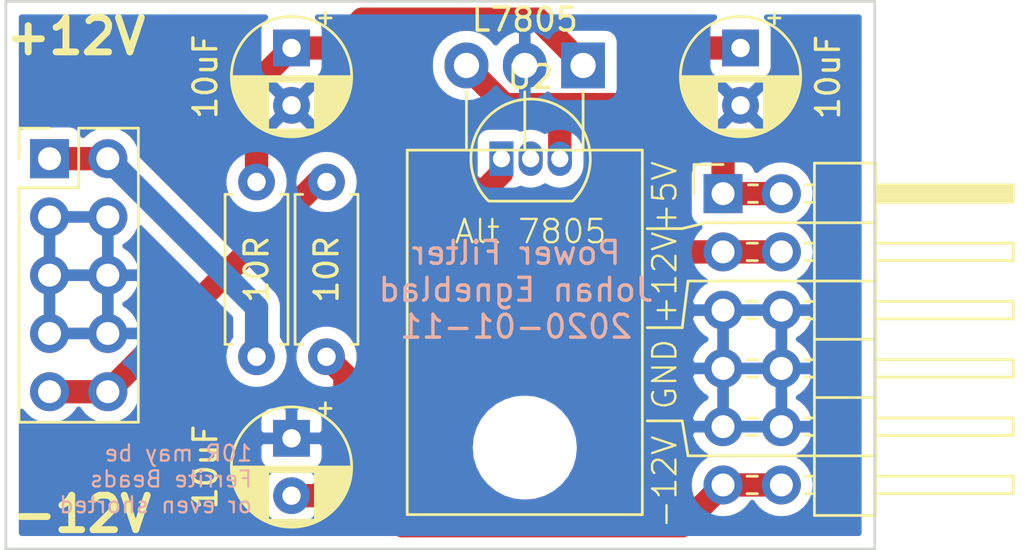
<source format=kicad_pcb>
(kicad_pcb (version 20171130) (host pcbnew 5.1.4)

  (general
    (thickness 1.6)
    (drawings 22)
    (tracks 42)
    (zones 0)
    (modules 9)
    (nets 8)
  )

  (page A4)
  (layers
    (0 F.Cu signal)
    (31 B.Cu signal)
    (32 B.Adhes user)
    (33 F.Adhes user)
    (34 B.Paste user)
    (35 F.Paste user)
    (36 B.SilkS user)
    (37 F.SilkS user)
    (38 B.Mask user)
    (39 F.Mask user)
    (40 Dwgs.User user)
    (41 Cmts.User user)
    (42 Eco1.User user)
    (43 Eco2.User user)
    (44 Edge.Cuts user)
    (45 Margin user)
    (46 B.CrtYd user)
    (47 F.CrtYd user)
    (48 B.Fab user)
    (49 F.Fab user)
  )

  (setup
    (last_trace_width 0.25)
    (user_trace_width 1.016)
    (trace_clearance 0.2)
    (zone_clearance 0.508)
    (zone_45_only no)
    (trace_min 0.2)
    (via_size 0.8)
    (via_drill 0.4)
    (via_min_size 0.4)
    (via_min_drill 0.3)
    (uvia_size 0.3)
    (uvia_drill 0.1)
    (uvias_allowed no)
    (uvia_min_size 0.2)
    (uvia_min_drill 0.1)
    (edge_width 0.05)
    (segment_width 0.2)
    (pcb_text_width 0.3)
    (pcb_text_size 1.5 1.5)
    (mod_edge_width 0.12)
    (mod_text_size 1 1)
    (mod_text_width 0.15)
    (pad_size 1.524 1.524)
    (pad_drill 0.762)
    (pad_to_mask_clearance 0.051)
    (solder_mask_min_width 0.25)
    (aux_axis_origin 0 0)
    (visible_elements FFFFFF7F)
    (pcbplotparams
      (layerselection 0x010fc_ffffffff)
      (usegerberextensions false)
      (usegerberattributes true)
      (usegerberadvancedattributes false)
      (creategerberjobfile false)
      (excludeedgelayer true)
      (linewidth 0.100000)
      (plotframeref false)
      (viasonmask false)
      (mode 1)
      (useauxorigin true)
      (hpglpennumber 1)
      (hpglpenspeed 20)
      (hpglpendiameter 15.000000)
      (psnegative false)
      (psa4output false)
      (plotreference true)
      (plotvalue true)
      (plotinvisibletext false)
      (padsonsilk false)
      (subtractmaskfromsilk false)
      (outputformat 1)
      (mirror false)
      (drillshape 0)
      (scaleselection 1)
      (outputdirectory "plots/"))
  )

  (net 0 "")
  (net 1 GND)
  (net 2 +12V)
  (net 3 -12V)
  (net 4 +5V)
  (net 5 /-12V_RAW)
  (net 6 /+12V_RAW)
  (net 7 "Net-(U2-Pad2)")

  (net_class Default "This is the default net class."
    (clearance 0.2)
    (trace_width 0.25)
    (via_dia 0.8)
    (via_drill 0.4)
    (uvia_dia 0.3)
    (uvia_drill 0.1)
    (add_net +12V)
    (add_net +5V)
    (add_net -12V)
    (add_net /+12V_RAW)
    (add_net /-12V_RAW)
    (add_net GND)
    (add_net "Net-(U2-Pad2)")
  )

  (module Package_TO_SOT_THT:TO-92_Inline (layer F.Cu) (tedit 5A1DD157) (tstamp 5E1A0AAB)
    (at 116.84 87.63)
    (descr "TO-92 leads in-line, narrow, oval pads, drill 0.75mm (see NXP sot054_po.pdf)")
    (tags "to-92 sc-43 sc-43a sot54 PA33 transistor")
    (path /5E1A06BE)
    (fp_text reference U2 (at 1.27 -3.56) (layer F.SilkS)
      (effects (font (size 1 1) (thickness 0.15)))
    )
    (fp_text value L7805 (at 1.27 2.79) (layer F.Fab)
      (effects (font (size 1 1) (thickness 0.15)))
    )
    (fp_arc (start 1.27 0) (end 1.27 -2.6) (angle 135) (layer F.SilkS) (width 0.12))
    (fp_arc (start 1.27 0) (end 1.27 -2.48) (angle -135) (layer F.Fab) (width 0.1))
    (fp_arc (start 1.27 0) (end 1.27 -2.6) (angle -135) (layer F.SilkS) (width 0.12))
    (fp_arc (start 1.27 0) (end 1.27 -2.48) (angle 135) (layer F.Fab) (width 0.1))
    (fp_line (start 4 2.01) (end -1.46 2.01) (layer F.CrtYd) (width 0.05))
    (fp_line (start 4 2.01) (end 4 -2.73) (layer F.CrtYd) (width 0.05))
    (fp_line (start -1.46 -2.73) (end -1.46 2.01) (layer F.CrtYd) (width 0.05))
    (fp_line (start -1.46 -2.73) (end 4 -2.73) (layer F.CrtYd) (width 0.05))
    (fp_line (start -0.5 1.75) (end 3 1.75) (layer F.Fab) (width 0.1))
    (fp_line (start -0.53 1.85) (end 3.07 1.85) (layer F.SilkS) (width 0.12))
    (fp_text user %R (at 1.27 -3.56) (layer F.Fab)
      (effects (font (size 1 1) (thickness 0.15)))
    )
    (pad 1 thru_hole rect (at 0 0) (size 1.05 1.5) (drill 0.75) (layers *.Cu *.Mask)
      (net 2 +12V))
    (pad 3 thru_hole oval (at 2.54 0) (size 1.05 1.5) (drill 0.75) (layers *.Cu *.Mask)
      (net 4 +5V))
    (pad 2 thru_hole oval (at 1.27 0) (size 1.05 1.5) (drill 0.75) (layers *.Cu *.Mask)
      (net 7 "Net-(U2-Pad2)"))
    (model ${KISYS3DMOD}/Package_TO_SOT_THT.3dshapes/TO-92_Inline.wrl
      (at (xyz 0 0 0))
      (scale (xyz 1 1 1))
      (rotate (xyz 0 0 0))
    )
  )

  (module Package_TO_SOT_THT:TO-220-3_Horizontal_TabDown (layer F.Cu) (tedit 5AC8BA0D) (tstamp 5E14075A)
    (at 120.396 83.566 180)
    (descr "TO-220-3, Horizontal, RM 2.54mm, see https://www.vishay.com/docs/66542/to-220-1.pdf")
    (tags "TO-220-3 Horizontal RM 2.54mm")
    (path /5E149EC2)
    (fp_text reference U1 (at 2.54 -20.58) (layer F.SilkS) hide
      (effects (font (size 1 1) (thickness 0.15)))
    )
    (fp_text value L7805 (at 2.54 2) (layer F.SilkS)
      (effects (font (size 1 1) (thickness 0.15)))
    )
    (fp_text user %R (at 6.35 -18.542) (layer F.Fab)
      (effects (font (size 1 1) (thickness 0.15)))
    )
    (fp_line (start 7.79 -19.71) (end -2.71 -19.71) (layer F.CrtYd) (width 0.05))
    (fp_line (start 7.79 1.25) (end 7.79 -19.71) (layer F.CrtYd) (width 0.05))
    (fp_line (start -2.71 1.25) (end 7.79 1.25) (layer F.CrtYd) (width 0.05))
    (fp_line (start -2.71 -19.71) (end -2.71 1.25) (layer F.CrtYd) (width 0.05))
    (fp_line (start 5.08 -3.69) (end 5.08 -1.15) (layer F.SilkS) (width 0.12))
    (fp_line (start 2.54 -3.69) (end 2.54 -1.15) (layer F.SilkS) (width 0.12))
    (fp_line (start 0 -3.69) (end 0 -1.15) (layer F.SilkS) (width 0.12))
    (fp_line (start 7.66 -19.58) (end 7.66 -3.69) (layer F.SilkS) (width 0.12))
    (fp_line (start -2.58 -19.58) (end -2.58 -3.69) (layer F.SilkS) (width 0.12))
    (fp_line (start -2.58 -19.58) (end 7.66 -19.58) (layer F.SilkS) (width 0.12))
    (fp_line (start -2.58 -3.69) (end 7.66 -3.69) (layer F.SilkS) (width 0.12))
    (fp_line (start 5.08 -3.81) (end 5.08 0) (layer F.Fab) (width 0.1))
    (fp_line (start 2.54 -3.81) (end 2.54 0) (layer F.Fab) (width 0.1))
    (fp_line (start 0 -3.81) (end 0 0) (layer F.Fab) (width 0.1))
    (fp_line (start 7.54 -3.81) (end -2.46 -3.81) (layer F.Fab) (width 0.1))
    (fp_line (start 7.54 -13.06) (end 7.54 -3.81) (layer F.Fab) (width 0.1))
    (fp_line (start -2.46 -13.06) (end 7.54 -13.06) (layer F.Fab) (width 0.1))
    (fp_line (start -2.46 -3.81) (end -2.46 -13.06) (layer F.Fab) (width 0.1))
    (fp_line (start 7.54 -13.06) (end -2.46 -13.06) (layer F.Fab) (width 0.1))
    (fp_line (start 7.54 -19.46) (end 7.54 -13.06) (layer F.Fab) (width 0.1))
    (fp_line (start -2.46 -19.46) (end 7.54 -19.46) (layer F.Fab) (width 0.1))
    (fp_line (start -2.46 -13.06) (end -2.46 -19.46) (layer F.Fab) (width 0.1))
    (fp_circle (center 2.54 -16.66) (end 4.39 -16.66) (layer F.Fab) (width 0.1))
    (pad 3 thru_hole oval (at 5.08 0 180) (size 1.905 2) (drill 1.1) (layers *.Cu *.Mask)
      (net 4 +5V))
    (pad 2 thru_hole oval (at 2.54 0 180) (size 1.905 2) (drill 1.1) (layers *.Cu *.Mask)
      (net 1 GND))
    (pad 1 thru_hole rect (at 0 0 180) (size 1.905 2) (drill 1.1) (layers *.Cu *.Mask)
      (net 2 +12V))
    (pad "" np_thru_hole oval (at 2.54 -16.66 180) (size 3.5 3.5) (drill 3.5) (layers *.Cu *.Mask))
    (model ${KISYS3DMOD}/Package_TO_SOT_THT.3dshapes/TO-220-3_Horizontal_TabDown.wrl
      (at (xyz 0 0 0))
      (scale (xyz 1 1 1))
      (rotate (xyz 0 0 0))
    )
  )

  (module Resistor_THT:R_Axial_DIN0207_L6.3mm_D2.5mm_P7.62mm_Horizontal (layer F.Cu) (tedit 5AE5139B) (tstamp 5E14073A)
    (at 109.22 96.266 90)
    (descr "Resistor, Axial_DIN0207 series, Axial, Horizontal, pin pitch=7.62mm, 0.25W = 1/4W, length*diameter=6.3*2.5mm^2, http://cdn-reichelt.de/documents/datenblatt/B400/1_4W%23YAG.pdf")
    (tags "Resistor Axial_DIN0207 series Axial Horizontal pin pitch 7.62mm 0.25W = 1/4W length 6.3mm diameter 2.5mm")
    (path /5E14618F)
    (fp_text reference R2 (at 3.81 -2.37 90) (layer F.SilkS) hide
      (effects (font (size 1 1) (thickness 0.15)))
    )
    (fp_text value 10R (at 3.81 0 90) (layer F.SilkS)
      (effects (font (size 1 1) (thickness 0.15)))
    )
    (fp_text user %R (at 3.81 0 90) (layer F.Fab) hide
      (effects (font (size 1 1) (thickness 0.15)))
    )
    (fp_line (start 8.67 -1.5) (end -1.05 -1.5) (layer F.CrtYd) (width 0.05))
    (fp_line (start 8.67 1.5) (end 8.67 -1.5) (layer F.CrtYd) (width 0.05))
    (fp_line (start -1.05 1.5) (end 8.67 1.5) (layer F.CrtYd) (width 0.05))
    (fp_line (start -1.05 -1.5) (end -1.05 1.5) (layer F.CrtYd) (width 0.05))
    (fp_line (start 7.08 1.37) (end 7.08 1.04) (layer F.SilkS) (width 0.12))
    (fp_line (start 0.54 1.37) (end 7.08 1.37) (layer F.SilkS) (width 0.12))
    (fp_line (start 0.54 1.04) (end 0.54 1.37) (layer F.SilkS) (width 0.12))
    (fp_line (start 7.08 -1.37) (end 7.08 -1.04) (layer F.SilkS) (width 0.12))
    (fp_line (start 0.54 -1.37) (end 7.08 -1.37) (layer F.SilkS) (width 0.12))
    (fp_line (start 0.54 -1.04) (end 0.54 -1.37) (layer F.SilkS) (width 0.12))
    (fp_line (start 7.62 0) (end 6.96 0) (layer F.Fab) (width 0.1))
    (fp_line (start 0 0) (end 0.66 0) (layer F.Fab) (width 0.1))
    (fp_line (start 6.96 -1.25) (end 0.66 -1.25) (layer F.Fab) (width 0.1))
    (fp_line (start 6.96 1.25) (end 6.96 -1.25) (layer F.Fab) (width 0.1))
    (fp_line (start 0.66 1.25) (end 6.96 1.25) (layer F.Fab) (width 0.1))
    (fp_line (start 0.66 -1.25) (end 0.66 1.25) (layer F.Fab) (width 0.1))
    (pad 2 thru_hole oval (at 7.62 0 90) (size 1.6 1.6) (drill 0.8) (layers *.Cu *.Mask)
      (net 5 /-12V_RAW))
    (pad 1 thru_hole circle (at 0 0 90) (size 1.6 1.6) (drill 0.8) (layers *.Cu *.Mask)
      (net 3 -12V))
    (model ${KISYS3DMOD}/Resistor_THT.3dshapes/R_Axial_DIN0207_L6.3mm_D2.5mm_P7.62mm_Horizontal.wrl
      (at (xyz 0 0 0))
      (scale (xyz 1 1 1))
      (rotate (xyz 0 0 0))
    )
  )

  (module Resistor_THT:R_Axial_DIN0207_L6.3mm_D2.5mm_P7.62mm_Horizontal (layer F.Cu) (tedit 5AE5139B) (tstamp 5E140723)
    (at 106.172 88.646 270)
    (descr "Resistor, Axial_DIN0207 series, Axial, Horizontal, pin pitch=7.62mm, 0.25W = 1/4W, length*diameter=6.3*2.5mm^2, http://cdn-reichelt.de/documents/datenblatt/B400/1_4W%23YAG.pdf")
    (tags "Resistor Axial_DIN0207 series Axial Horizontal pin pitch 7.62mm 0.25W = 1/4W length 6.3mm diameter 2.5mm")
    (path /5E145DD7)
    (fp_text reference R1 (at 3.81 -2.37 90) (layer F.SilkS) hide
      (effects (font (size 1 1) (thickness 0.15)))
    )
    (fp_text value 10R (at 3.81 0 90) (layer F.SilkS)
      (effects (font (size 1 1) (thickness 0.15)))
    )
    (fp_text user %R (at 3.81 0 90) (layer F.Fab) hide
      (effects (font (size 1 1) (thickness 0.15)))
    )
    (fp_line (start 8.67 -1.5) (end -1.05 -1.5) (layer F.CrtYd) (width 0.05))
    (fp_line (start 8.67 1.5) (end 8.67 -1.5) (layer F.CrtYd) (width 0.05))
    (fp_line (start -1.05 1.5) (end 8.67 1.5) (layer F.CrtYd) (width 0.05))
    (fp_line (start -1.05 -1.5) (end -1.05 1.5) (layer F.CrtYd) (width 0.05))
    (fp_line (start 7.08 1.37) (end 7.08 1.04) (layer F.SilkS) (width 0.12))
    (fp_line (start 0.54 1.37) (end 7.08 1.37) (layer F.SilkS) (width 0.12))
    (fp_line (start 0.54 1.04) (end 0.54 1.37) (layer F.SilkS) (width 0.12))
    (fp_line (start 7.08 -1.37) (end 7.08 -1.04) (layer F.SilkS) (width 0.12))
    (fp_line (start 0.54 -1.37) (end 7.08 -1.37) (layer F.SilkS) (width 0.12))
    (fp_line (start 0.54 -1.04) (end 0.54 -1.37) (layer F.SilkS) (width 0.12))
    (fp_line (start 7.62 0) (end 6.96 0) (layer F.Fab) (width 0.1))
    (fp_line (start 0 0) (end 0.66 0) (layer F.Fab) (width 0.1))
    (fp_line (start 6.96 -1.25) (end 0.66 -1.25) (layer F.Fab) (width 0.1))
    (fp_line (start 6.96 1.25) (end 6.96 -1.25) (layer F.Fab) (width 0.1))
    (fp_line (start 0.66 1.25) (end 6.96 1.25) (layer F.Fab) (width 0.1))
    (fp_line (start 0.66 -1.25) (end 0.66 1.25) (layer F.Fab) (width 0.1))
    (pad 2 thru_hole oval (at 7.62 0 270) (size 1.6 1.6) (drill 0.8) (layers *.Cu *.Mask)
      (net 6 /+12V_RAW))
    (pad 1 thru_hole circle (at 0 0 270) (size 1.6 1.6) (drill 0.8) (layers *.Cu *.Mask)
      (net 2 +12V))
    (model ${KISYS3DMOD}/Resistor_THT.3dshapes/R_Axial_DIN0207_L6.3mm_D2.5mm_P7.62mm_Horizontal.wrl
      (at (xyz 0 0 0))
      (scale (xyz 1 1 1))
      (rotate (xyz 0 0 0))
    )
  )

  (module Connector_PinHeader_2.54mm:PinHeader_2x06_P2.54mm_Horizontal (layer F.Cu) (tedit 59FED5CB) (tstamp 5E14070C)
    (at 126.492 89.154)
    (descr "Through hole angled pin header, 2x06, 2.54mm pitch, 6mm pin length, double rows")
    (tags "Through hole angled pin header THT 2x06 2.54mm double row")
    (path /5E14FE57)
    (fp_text reference J2 (at 5.655 -2.27) (layer F.SilkS) hide
      (effects (font (size 1 1) (thickness 0.15)))
    )
    (fp_text value Interconnect (at 1.27 6.096 90) (layer F.Fab)
      (effects (font (size 1 1) (thickness 0.15)))
    )
    (fp_text user %R (at 5.31 6.35 90) (layer F.Fab)
      (effects (font (size 1 1) (thickness 0.15)))
    )
    (fp_line (start 13.1 -1.8) (end -1.8 -1.8) (layer F.CrtYd) (width 0.05))
    (fp_line (start 13.1 14.5) (end 13.1 -1.8) (layer F.CrtYd) (width 0.05))
    (fp_line (start -1.8 14.5) (end 13.1 14.5) (layer F.CrtYd) (width 0.05))
    (fp_line (start -1.8 -1.8) (end -1.8 14.5) (layer F.CrtYd) (width 0.05))
    (fp_line (start -1.27 -1.27) (end 0 -1.27) (layer F.SilkS) (width 0.12))
    (fp_line (start -1.27 0) (end -1.27 -1.27) (layer F.SilkS) (width 0.12))
    (fp_line (start 1.042929 13.08) (end 1.497071 13.08) (layer F.SilkS) (width 0.12))
    (fp_line (start 1.042929 12.32) (end 1.497071 12.32) (layer F.SilkS) (width 0.12))
    (fp_line (start 3.582929 13.08) (end 3.98 13.08) (layer F.SilkS) (width 0.12))
    (fp_line (start 3.582929 12.32) (end 3.98 12.32) (layer F.SilkS) (width 0.12))
    (fp_line (start 12.64 13.08) (end 6.64 13.08) (layer F.SilkS) (width 0.12))
    (fp_line (start 12.64 12.32) (end 12.64 13.08) (layer F.SilkS) (width 0.12))
    (fp_line (start 6.64 12.32) (end 12.64 12.32) (layer F.SilkS) (width 0.12))
    (fp_line (start 3.98 11.43) (end 6.64 11.43) (layer F.SilkS) (width 0.12))
    (fp_line (start 1.042929 10.54) (end 1.497071 10.54) (layer F.SilkS) (width 0.12))
    (fp_line (start 1.042929 9.78) (end 1.497071 9.78) (layer F.SilkS) (width 0.12))
    (fp_line (start 3.582929 10.54) (end 3.98 10.54) (layer F.SilkS) (width 0.12))
    (fp_line (start 3.582929 9.78) (end 3.98 9.78) (layer F.SilkS) (width 0.12))
    (fp_line (start 12.64 10.54) (end 6.64 10.54) (layer F.SilkS) (width 0.12))
    (fp_line (start 12.64 9.78) (end 12.64 10.54) (layer F.SilkS) (width 0.12))
    (fp_line (start 6.64 9.78) (end 12.64 9.78) (layer F.SilkS) (width 0.12))
    (fp_line (start 3.98 8.89) (end 6.64 8.89) (layer F.SilkS) (width 0.12))
    (fp_line (start 1.042929 8) (end 1.497071 8) (layer F.SilkS) (width 0.12))
    (fp_line (start 1.042929 7.24) (end 1.497071 7.24) (layer F.SilkS) (width 0.12))
    (fp_line (start 3.582929 8) (end 3.98 8) (layer F.SilkS) (width 0.12))
    (fp_line (start 3.582929 7.24) (end 3.98 7.24) (layer F.SilkS) (width 0.12))
    (fp_line (start 12.64 8) (end 6.64 8) (layer F.SilkS) (width 0.12))
    (fp_line (start 12.64 7.24) (end 12.64 8) (layer F.SilkS) (width 0.12))
    (fp_line (start 6.64 7.24) (end 12.64 7.24) (layer F.SilkS) (width 0.12))
    (fp_line (start 3.98 6.35) (end 6.64 6.35) (layer F.SilkS) (width 0.12))
    (fp_line (start 1.042929 5.46) (end 1.497071 5.46) (layer F.SilkS) (width 0.12))
    (fp_line (start 1.042929 4.7) (end 1.497071 4.7) (layer F.SilkS) (width 0.12))
    (fp_line (start 3.582929 5.46) (end 3.98 5.46) (layer F.SilkS) (width 0.12))
    (fp_line (start 3.582929 4.7) (end 3.98 4.7) (layer F.SilkS) (width 0.12))
    (fp_line (start 12.64 5.46) (end 6.64 5.46) (layer F.SilkS) (width 0.12))
    (fp_line (start 12.64 4.7) (end 12.64 5.46) (layer F.SilkS) (width 0.12))
    (fp_line (start 6.64 4.7) (end 12.64 4.7) (layer F.SilkS) (width 0.12))
    (fp_line (start 3.98 3.81) (end 6.64 3.81) (layer F.SilkS) (width 0.12))
    (fp_line (start 1.042929 2.92) (end 1.497071 2.92) (layer F.SilkS) (width 0.12))
    (fp_line (start 1.042929 2.16) (end 1.497071 2.16) (layer F.SilkS) (width 0.12))
    (fp_line (start 3.582929 2.92) (end 3.98 2.92) (layer F.SilkS) (width 0.12))
    (fp_line (start 3.582929 2.16) (end 3.98 2.16) (layer F.SilkS) (width 0.12))
    (fp_line (start 12.64 2.92) (end 6.64 2.92) (layer F.SilkS) (width 0.12))
    (fp_line (start 12.64 2.16) (end 12.64 2.92) (layer F.SilkS) (width 0.12))
    (fp_line (start 6.64 2.16) (end 12.64 2.16) (layer F.SilkS) (width 0.12))
    (fp_line (start 3.98 1.27) (end 6.64 1.27) (layer F.SilkS) (width 0.12))
    (fp_line (start 1.11 0.38) (end 1.497071 0.38) (layer F.SilkS) (width 0.12))
    (fp_line (start 1.11 -0.38) (end 1.497071 -0.38) (layer F.SilkS) (width 0.12))
    (fp_line (start 3.582929 0.38) (end 3.98 0.38) (layer F.SilkS) (width 0.12))
    (fp_line (start 3.582929 -0.38) (end 3.98 -0.38) (layer F.SilkS) (width 0.12))
    (fp_line (start 6.64 0.28) (end 12.64 0.28) (layer F.SilkS) (width 0.12))
    (fp_line (start 6.64 0.16) (end 12.64 0.16) (layer F.SilkS) (width 0.12))
    (fp_line (start 6.64 0.04) (end 12.64 0.04) (layer F.SilkS) (width 0.12))
    (fp_line (start 6.64 -0.08) (end 12.64 -0.08) (layer F.SilkS) (width 0.12))
    (fp_line (start 6.64 -0.2) (end 12.64 -0.2) (layer F.SilkS) (width 0.12))
    (fp_line (start 6.64 -0.32) (end 12.64 -0.32) (layer F.SilkS) (width 0.12))
    (fp_line (start 12.64 0.38) (end 6.64 0.38) (layer F.SilkS) (width 0.12))
    (fp_line (start 12.64 -0.38) (end 12.64 0.38) (layer F.SilkS) (width 0.12))
    (fp_line (start 6.64 -0.38) (end 12.64 -0.38) (layer F.SilkS) (width 0.12))
    (fp_line (start 6.64 -1.33) (end 3.98 -1.33) (layer F.SilkS) (width 0.12))
    (fp_line (start 6.64 14.03) (end 6.64 -1.33) (layer F.SilkS) (width 0.12))
    (fp_line (start 3.98 14.03) (end 6.64 14.03) (layer F.SilkS) (width 0.12))
    (fp_line (start 3.98 -1.33) (end 3.98 14.03) (layer F.SilkS) (width 0.12))
    (fp_line (start 6.58 13.02) (end 12.58 13.02) (layer F.Fab) (width 0.1))
    (fp_line (start 12.58 12.38) (end 12.58 13.02) (layer F.Fab) (width 0.1))
    (fp_line (start 6.58 12.38) (end 12.58 12.38) (layer F.Fab) (width 0.1))
    (fp_line (start -0.32 13.02) (end 4.04 13.02) (layer F.Fab) (width 0.1))
    (fp_line (start -0.32 12.38) (end -0.32 13.02) (layer F.Fab) (width 0.1))
    (fp_line (start -0.32 12.38) (end 4.04 12.38) (layer F.Fab) (width 0.1))
    (fp_line (start 6.58 10.48) (end 12.58 10.48) (layer F.Fab) (width 0.1))
    (fp_line (start 12.58 9.84) (end 12.58 10.48) (layer F.Fab) (width 0.1))
    (fp_line (start 6.58 9.84) (end 12.58 9.84) (layer F.Fab) (width 0.1))
    (fp_line (start -0.32 10.48) (end 4.04 10.48) (layer F.Fab) (width 0.1))
    (fp_line (start -0.32 9.84) (end -0.32 10.48) (layer F.Fab) (width 0.1))
    (fp_line (start -0.32 9.84) (end 4.04 9.84) (layer F.Fab) (width 0.1))
    (fp_line (start 6.58 7.94) (end 12.58 7.94) (layer F.Fab) (width 0.1))
    (fp_line (start 12.58 7.3) (end 12.58 7.94) (layer F.Fab) (width 0.1))
    (fp_line (start 6.58 7.3) (end 12.58 7.3) (layer F.Fab) (width 0.1))
    (fp_line (start -0.32 7.94) (end 4.04 7.94) (layer F.Fab) (width 0.1))
    (fp_line (start -0.32 7.3) (end -0.32 7.94) (layer F.Fab) (width 0.1))
    (fp_line (start -0.32 7.3) (end 4.04 7.3) (layer F.Fab) (width 0.1))
    (fp_line (start 6.58 5.4) (end 12.58 5.4) (layer F.Fab) (width 0.1))
    (fp_line (start 12.58 4.76) (end 12.58 5.4) (layer F.Fab) (width 0.1))
    (fp_line (start 6.58 4.76) (end 12.58 4.76) (layer F.Fab) (width 0.1))
    (fp_line (start -0.32 5.4) (end 4.04 5.4) (layer F.Fab) (width 0.1))
    (fp_line (start -0.32 4.76) (end -0.32 5.4) (layer F.Fab) (width 0.1))
    (fp_line (start -0.32 4.76) (end 4.04 4.76) (layer F.Fab) (width 0.1))
    (fp_line (start 6.58 2.86) (end 12.58 2.86) (layer F.Fab) (width 0.1))
    (fp_line (start 12.58 2.22) (end 12.58 2.86) (layer F.Fab) (width 0.1))
    (fp_line (start 6.58 2.22) (end 12.58 2.22) (layer F.Fab) (width 0.1))
    (fp_line (start -0.32 2.86) (end 4.04 2.86) (layer F.Fab) (width 0.1))
    (fp_line (start -0.32 2.22) (end -0.32 2.86) (layer F.Fab) (width 0.1))
    (fp_line (start -0.32 2.22) (end 4.04 2.22) (layer F.Fab) (width 0.1))
    (fp_line (start 6.58 0.32) (end 12.58 0.32) (layer F.Fab) (width 0.1))
    (fp_line (start 12.58 -0.32) (end 12.58 0.32) (layer F.Fab) (width 0.1))
    (fp_line (start 6.58 -0.32) (end 12.58 -0.32) (layer F.Fab) (width 0.1))
    (fp_line (start -0.32 0.32) (end 4.04 0.32) (layer F.Fab) (width 0.1))
    (fp_line (start -0.32 -0.32) (end -0.32 0.32) (layer F.Fab) (width 0.1))
    (fp_line (start -0.32 -0.32) (end 4.04 -0.32) (layer F.Fab) (width 0.1))
    (fp_line (start 4.04 -0.635) (end 4.675 -1.27) (layer F.Fab) (width 0.1))
    (fp_line (start 4.04 13.97) (end 4.04 -0.635) (layer F.Fab) (width 0.1))
    (fp_line (start 6.58 13.97) (end 4.04 13.97) (layer F.Fab) (width 0.1))
    (fp_line (start 6.58 -1.27) (end 6.58 13.97) (layer F.Fab) (width 0.1))
    (fp_line (start 4.675 -1.27) (end 6.58 -1.27) (layer F.Fab) (width 0.1))
    (pad 12 thru_hole oval (at 2.54 12.7) (size 1.7 1.7) (drill 1) (layers *.Cu *.Mask)
      (net 3 -12V))
    (pad 11 thru_hole oval (at 0 12.7) (size 1.7 1.7) (drill 1) (layers *.Cu *.Mask)
      (net 3 -12V))
    (pad 10 thru_hole oval (at 2.54 10.16) (size 1.7 1.7) (drill 1) (layers *.Cu *.Mask)
      (net 1 GND))
    (pad 9 thru_hole oval (at 0 10.16) (size 1.7 1.7) (drill 1) (layers *.Cu *.Mask)
      (net 1 GND))
    (pad 8 thru_hole oval (at 2.54 7.62) (size 1.7 1.7) (drill 1) (layers *.Cu *.Mask)
      (net 1 GND))
    (pad 7 thru_hole oval (at 0 7.62) (size 1.7 1.7) (drill 1) (layers *.Cu *.Mask)
      (net 1 GND))
    (pad 6 thru_hole oval (at 2.54 5.08) (size 1.7 1.7) (drill 1) (layers *.Cu *.Mask)
      (net 1 GND))
    (pad 5 thru_hole oval (at 0 5.08) (size 1.7 1.7) (drill 1) (layers *.Cu *.Mask)
      (net 1 GND))
    (pad 4 thru_hole oval (at 2.54 2.54) (size 1.7 1.7) (drill 1) (layers *.Cu *.Mask)
      (net 2 +12V))
    (pad 3 thru_hole oval (at 0 2.54) (size 1.7 1.7) (drill 1) (layers *.Cu *.Mask)
      (net 2 +12V))
    (pad 2 thru_hole oval (at 2.54 0) (size 1.7 1.7) (drill 1) (layers *.Cu *.Mask)
      (net 4 +5V))
    (pad 1 thru_hole rect (at 0 0) (size 1.7 1.7) (drill 1) (layers *.Cu *.Mask)
      (net 4 +5V))
    (model ${KISYS3DMOD}/Connector_PinHeader_2.54mm.3dshapes/PinHeader_2x06_P2.54mm_Horizontal.wrl
      (at (xyz 0 0 0))
      (scale (xyz 1 1 1))
      (rotate (xyz 0 0 0))
    )
  )

  (module Connector_PinHeader_2.54mm:PinHeader_2x05_P2.54mm_Vertical (layer F.Cu) (tedit 59FED5CC) (tstamp 5E140DC0)
    (at 97.155 87.63)
    (descr "Through hole straight pin header, 2x05, 2.54mm pitch, double rows")
    (tags "Through hole pin header THT 2x05 2.54mm double row")
    (path /5E1452C6)
    (fp_text reference J1 (at -0.889 -2.54) (layer F.SilkS) hide
      (effects (font (size 1 1) (thickness 0.15)))
    )
    (fp_text value EuroPower (at 4.953 5.08 90) (layer F.Fab)
      (effects (font (size 1 1) (thickness 0.15)))
    )
    (fp_text user %R (at 1.27 5.08 90) (layer F.Fab)
      (effects (font (size 1 1) (thickness 0.15)))
    )
    (fp_line (start 4.35 -1.8) (end -1.8 -1.8) (layer F.CrtYd) (width 0.05))
    (fp_line (start 4.35 11.95) (end 4.35 -1.8) (layer F.CrtYd) (width 0.05))
    (fp_line (start -1.8 11.95) (end 4.35 11.95) (layer F.CrtYd) (width 0.05))
    (fp_line (start -1.8 -1.8) (end -1.8 11.95) (layer F.CrtYd) (width 0.05))
    (fp_line (start -1.33 -1.33) (end 0 -1.33) (layer F.SilkS) (width 0.12))
    (fp_line (start -1.33 0) (end -1.33 -1.33) (layer F.SilkS) (width 0.12))
    (fp_line (start 1.27 -1.33) (end 3.87 -1.33) (layer F.SilkS) (width 0.12))
    (fp_line (start 1.27 1.27) (end 1.27 -1.33) (layer F.SilkS) (width 0.12))
    (fp_line (start -1.33 1.27) (end 1.27 1.27) (layer F.SilkS) (width 0.12))
    (fp_line (start 3.87 -1.33) (end 3.87 11.49) (layer F.SilkS) (width 0.12))
    (fp_line (start -1.33 1.27) (end -1.33 11.49) (layer F.SilkS) (width 0.12))
    (fp_line (start -1.33 11.49) (end 3.87 11.49) (layer F.SilkS) (width 0.12))
    (fp_line (start -1.27 0) (end 0 -1.27) (layer F.Fab) (width 0.1))
    (fp_line (start -1.27 11.43) (end -1.27 0) (layer F.Fab) (width 0.1))
    (fp_line (start 3.81 11.43) (end -1.27 11.43) (layer F.Fab) (width 0.1))
    (fp_line (start 3.81 -1.27) (end 3.81 11.43) (layer F.Fab) (width 0.1))
    (fp_line (start 0 -1.27) (end 3.81 -1.27) (layer F.Fab) (width 0.1))
    (pad 10 thru_hole oval (at 2.54 10.16) (size 1.7 1.7) (drill 1) (layers *.Cu *.Mask)
      (net 5 /-12V_RAW))
    (pad 9 thru_hole oval (at 0 10.16) (size 1.7 1.7) (drill 1) (layers *.Cu *.Mask)
      (net 5 /-12V_RAW))
    (pad 8 thru_hole oval (at 2.54 7.62) (size 1.7 1.7) (drill 1) (layers *.Cu *.Mask)
      (net 1 GND))
    (pad 7 thru_hole oval (at 0 7.62) (size 1.7 1.7) (drill 1) (layers *.Cu *.Mask)
      (net 1 GND))
    (pad 6 thru_hole oval (at 2.54 5.08) (size 1.7 1.7) (drill 1) (layers *.Cu *.Mask)
      (net 1 GND))
    (pad 5 thru_hole oval (at 0 5.08) (size 1.7 1.7) (drill 1) (layers *.Cu *.Mask)
      (net 1 GND))
    (pad 4 thru_hole oval (at 2.54 2.54) (size 1.7 1.7) (drill 1) (layers *.Cu *.Mask)
      (net 1 GND))
    (pad 3 thru_hole oval (at 0 2.54) (size 1.7 1.7) (drill 1) (layers *.Cu *.Mask)
      (net 1 GND))
    (pad 2 thru_hole oval (at 2.54 0) (size 1.7 1.7) (drill 1) (layers *.Cu *.Mask)
      (net 6 /+12V_RAW))
    (pad 1 thru_hole rect (at 0 0) (size 1.7 1.7) (drill 1) (layers *.Cu *.Mask)
      (net 6 /+12V_RAW))
    (model ${KISYS3DMOD}/Connector_PinHeader_2.54mm.3dshapes/PinHeader_2x05_P2.54mm_Vertical.wrl
      (at (xyz 0 0 0))
      (scale (xyz 1 1 1))
      (rotate (xyz 0 0 0))
    )
  )

  (module Capacitor_THT:CP_Radial_D5.0mm_P2.50mm (layer F.Cu) (tedit 5AE50EF0) (tstamp 5E140673)
    (at 127.254 82.804 270)
    (descr "CP, Radial series, Radial, pin pitch=2.50mm, , diameter=5mm, Electrolytic Capacitor")
    (tags "CP Radial series Radial pin pitch 2.50mm  diameter 5mm Electrolytic Capacitor")
    (path /5E14A4D5)
    (fp_text reference C3 (at 1.25 -3.75 90) (layer F.SilkS) hide
      (effects (font (size 1 1) (thickness 0.15)))
    )
    (fp_text value 10uF (at 1.27 -3.81 270) (layer F.SilkS)
      (effects (font (size 1 1) (thickness 0.15)))
    )
    (fp_text user %R (at 1.25 0 90) (layer F.Fab)
      (effects (font (size 1 1) (thickness 0.15)))
    )
    (fp_line (start -1.304775 -1.725) (end -1.304775 -1.225) (layer F.SilkS) (width 0.12))
    (fp_line (start -1.554775 -1.475) (end -1.054775 -1.475) (layer F.SilkS) (width 0.12))
    (fp_line (start 3.851 -0.284) (end 3.851 0.284) (layer F.SilkS) (width 0.12))
    (fp_line (start 3.811 -0.518) (end 3.811 0.518) (layer F.SilkS) (width 0.12))
    (fp_line (start 3.771 -0.677) (end 3.771 0.677) (layer F.SilkS) (width 0.12))
    (fp_line (start 3.731 -0.805) (end 3.731 0.805) (layer F.SilkS) (width 0.12))
    (fp_line (start 3.691 -0.915) (end 3.691 0.915) (layer F.SilkS) (width 0.12))
    (fp_line (start 3.651 -1.011) (end 3.651 1.011) (layer F.SilkS) (width 0.12))
    (fp_line (start 3.611 -1.098) (end 3.611 1.098) (layer F.SilkS) (width 0.12))
    (fp_line (start 3.571 -1.178) (end 3.571 1.178) (layer F.SilkS) (width 0.12))
    (fp_line (start 3.531 1.04) (end 3.531 1.251) (layer F.SilkS) (width 0.12))
    (fp_line (start 3.531 -1.251) (end 3.531 -1.04) (layer F.SilkS) (width 0.12))
    (fp_line (start 3.491 1.04) (end 3.491 1.319) (layer F.SilkS) (width 0.12))
    (fp_line (start 3.491 -1.319) (end 3.491 -1.04) (layer F.SilkS) (width 0.12))
    (fp_line (start 3.451 1.04) (end 3.451 1.383) (layer F.SilkS) (width 0.12))
    (fp_line (start 3.451 -1.383) (end 3.451 -1.04) (layer F.SilkS) (width 0.12))
    (fp_line (start 3.411 1.04) (end 3.411 1.443) (layer F.SilkS) (width 0.12))
    (fp_line (start 3.411 -1.443) (end 3.411 -1.04) (layer F.SilkS) (width 0.12))
    (fp_line (start 3.371 1.04) (end 3.371 1.5) (layer F.SilkS) (width 0.12))
    (fp_line (start 3.371 -1.5) (end 3.371 -1.04) (layer F.SilkS) (width 0.12))
    (fp_line (start 3.331 1.04) (end 3.331 1.554) (layer F.SilkS) (width 0.12))
    (fp_line (start 3.331 -1.554) (end 3.331 -1.04) (layer F.SilkS) (width 0.12))
    (fp_line (start 3.291 1.04) (end 3.291 1.605) (layer F.SilkS) (width 0.12))
    (fp_line (start 3.291 -1.605) (end 3.291 -1.04) (layer F.SilkS) (width 0.12))
    (fp_line (start 3.251 1.04) (end 3.251 1.653) (layer F.SilkS) (width 0.12))
    (fp_line (start 3.251 -1.653) (end 3.251 -1.04) (layer F.SilkS) (width 0.12))
    (fp_line (start 3.211 1.04) (end 3.211 1.699) (layer F.SilkS) (width 0.12))
    (fp_line (start 3.211 -1.699) (end 3.211 -1.04) (layer F.SilkS) (width 0.12))
    (fp_line (start 3.171 1.04) (end 3.171 1.743) (layer F.SilkS) (width 0.12))
    (fp_line (start 3.171 -1.743) (end 3.171 -1.04) (layer F.SilkS) (width 0.12))
    (fp_line (start 3.131 1.04) (end 3.131 1.785) (layer F.SilkS) (width 0.12))
    (fp_line (start 3.131 -1.785) (end 3.131 -1.04) (layer F.SilkS) (width 0.12))
    (fp_line (start 3.091 1.04) (end 3.091 1.826) (layer F.SilkS) (width 0.12))
    (fp_line (start 3.091 -1.826) (end 3.091 -1.04) (layer F.SilkS) (width 0.12))
    (fp_line (start 3.051 1.04) (end 3.051 1.864) (layer F.SilkS) (width 0.12))
    (fp_line (start 3.051 -1.864) (end 3.051 -1.04) (layer F.SilkS) (width 0.12))
    (fp_line (start 3.011 1.04) (end 3.011 1.901) (layer F.SilkS) (width 0.12))
    (fp_line (start 3.011 -1.901) (end 3.011 -1.04) (layer F.SilkS) (width 0.12))
    (fp_line (start 2.971 1.04) (end 2.971 1.937) (layer F.SilkS) (width 0.12))
    (fp_line (start 2.971 -1.937) (end 2.971 -1.04) (layer F.SilkS) (width 0.12))
    (fp_line (start 2.931 1.04) (end 2.931 1.971) (layer F.SilkS) (width 0.12))
    (fp_line (start 2.931 -1.971) (end 2.931 -1.04) (layer F.SilkS) (width 0.12))
    (fp_line (start 2.891 1.04) (end 2.891 2.004) (layer F.SilkS) (width 0.12))
    (fp_line (start 2.891 -2.004) (end 2.891 -1.04) (layer F.SilkS) (width 0.12))
    (fp_line (start 2.851 1.04) (end 2.851 2.035) (layer F.SilkS) (width 0.12))
    (fp_line (start 2.851 -2.035) (end 2.851 -1.04) (layer F.SilkS) (width 0.12))
    (fp_line (start 2.811 1.04) (end 2.811 2.065) (layer F.SilkS) (width 0.12))
    (fp_line (start 2.811 -2.065) (end 2.811 -1.04) (layer F.SilkS) (width 0.12))
    (fp_line (start 2.771 1.04) (end 2.771 2.095) (layer F.SilkS) (width 0.12))
    (fp_line (start 2.771 -2.095) (end 2.771 -1.04) (layer F.SilkS) (width 0.12))
    (fp_line (start 2.731 1.04) (end 2.731 2.122) (layer F.SilkS) (width 0.12))
    (fp_line (start 2.731 -2.122) (end 2.731 -1.04) (layer F.SilkS) (width 0.12))
    (fp_line (start 2.691 1.04) (end 2.691 2.149) (layer F.SilkS) (width 0.12))
    (fp_line (start 2.691 -2.149) (end 2.691 -1.04) (layer F.SilkS) (width 0.12))
    (fp_line (start 2.651 1.04) (end 2.651 2.175) (layer F.SilkS) (width 0.12))
    (fp_line (start 2.651 -2.175) (end 2.651 -1.04) (layer F.SilkS) (width 0.12))
    (fp_line (start 2.611 1.04) (end 2.611 2.2) (layer F.SilkS) (width 0.12))
    (fp_line (start 2.611 -2.2) (end 2.611 -1.04) (layer F.SilkS) (width 0.12))
    (fp_line (start 2.571 1.04) (end 2.571 2.224) (layer F.SilkS) (width 0.12))
    (fp_line (start 2.571 -2.224) (end 2.571 -1.04) (layer F.SilkS) (width 0.12))
    (fp_line (start 2.531 1.04) (end 2.531 2.247) (layer F.SilkS) (width 0.12))
    (fp_line (start 2.531 -2.247) (end 2.531 -1.04) (layer F.SilkS) (width 0.12))
    (fp_line (start 2.491 1.04) (end 2.491 2.268) (layer F.SilkS) (width 0.12))
    (fp_line (start 2.491 -2.268) (end 2.491 -1.04) (layer F.SilkS) (width 0.12))
    (fp_line (start 2.451 1.04) (end 2.451 2.29) (layer F.SilkS) (width 0.12))
    (fp_line (start 2.451 -2.29) (end 2.451 -1.04) (layer F.SilkS) (width 0.12))
    (fp_line (start 2.411 1.04) (end 2.411 2.31) (layer F.SilkS) (width 0.12))
    (fp_line (start 2.411 -2.31) (end 2.411 -1.04) (layer F.SilkS) (width 0.12))
    (fp_line (start 2.371 1.04) (end 2.371 2.329) (layer F.SilkS) (width 0.12))
    (fp_line (start 2.371 -2.329) (end 2.371 -1.04) (layer F.SilkS) (width 0.12))
    (fp_line (start 2.331 1.04) (end 2.331 2.348) (layer F.SilkS) (width 0.12))
    (fp_line (start 2.331 -2.348) (end 2.331 -1.04) (layer F.SilkS) (width 0.12))
    (fp_line (start 2.291 1.04) (end 2.291 2.365) (layer F.SilkS) (width 0.12))
    (fp_line (start 2.291 -2.365) (end 2.291 -1.04) (layer F.SilkS) (width 0.12))
    (fp_line (start 2.251 1.04) (end 2.251 2.382) (layer F.SilkS) (width 0.12))
    (fp_line (start 2.251 -2.382) (end 2.251 -1.04) (layer F.SilkS) (width 0.12))
    (fp_line (start 2.211 1.04) (end 2.211 2.398) (layer F.SilkS) (width 0.12))
    (fp_line (start 2.211 -2.398) (end 2.211 -1.04) (layer F.SilkS) (width 0.12))
    (fp_line (start 2.171 1.04) (end 2.171 2.414) (layer F.SilkS) (width 0.12))
    (fp_line (start 2.171 -2.414) (end 2.171 -1.04) (layer F.SilkS) (width 0.12))
    (fp_line (start 2.131 1.04) (end 2.131 2.428) (layer F.SilkS) (width 0.12))
    (fp_line (start 2.131 -2.428) (end 2.131 -1.04) (layer F.SilkS) (width 0.12))
    (fp_line (start 2.091 1.04) (end 2.091 2.442) (layer F.SilkS) (width 0.12))
    (fp_line (start 2.091 -2.442) (end 2.091 -1.04) (layer F.SilkS) (width 0.12))
    (fp_line (start 2.051 1.04) (end 2.051 2.455) (layer F.SilkS) (width 0.12))
    (fp_line (start 2.051 -2.455) (end 2.051 -1.04) (layer F.SilkS) (width 0.12))
    (fp_line (start 2.011 1.04) (end 2.011 2.468) (layer F.SilkS) (width 0.12))
    (fp_line (start 2.011 -2.468) (end 2.011 -1.04) (layer F.SilkS) (width 0.12))
    (fp_line (start 1.971 1.04) (end 1.971 2.48) (layer F.SilkS) (width 0.12))
    (fp_line (start 1.971 -2.48) (end 1.971 -1.04) (layer F.SilkS) (width 0.12))
    (fp_line (start 1.93 1.04) (end 1.93 2.491) (layer F.SilkS) (width 0.12))
    (fp_line (start 1.93 -2.491) (end 1.93 -1.04) (layer F.SilkS) (width 0.12))
    (fp_line (start 1.89 1.04) (end 1.89 2.501) (layer F.SilkS) (width 0.12))
    (fp_line (start 1.89 -2.501) (end 1.89 -1.04) (layer F.SilkS) (width 0.12))
    (fp_line (start 1.85 1.04) (end 1.85 2.511) (layer F.SilkS) (width 0.12))
    (fp_line (start 1.85 -2.511) (end 1.85 -1.04) (layer F.SilkS) (width 0.12))
    (fp_line (start 1.81 1.04) (end 1.81 2.52) (layer F.SilkS) (width 0.12))
    (fp_line (start 1.81 -2.52) (end 1.81 -1.04) (layer F.SilkS) (width 0.12))
    (fp_line (start 1.77 1.04) (end 1.77 2.528) (layer F.SilkS) (width 0.12))
    (fp_line (start 1.77 -2.528) (end 1.77 -1.04) (layer F.SilkS) (width 0.12))
    (fp_line (start 1.73 1.04) (end 1.73 2.536) (layer F.SilkS) (width 0.12))
    (fp_line (start 1.73 -2.536) (end 1.73 -1.04) (layer F.SilkS) (width 0.12))
    (fp_line (start 1.69 1.04) (end 1.69 2.543) (layer F.SilkS) (width 0.12))
    (fp_line (start 1.69 -2.543) (end 1.69 -1.04) (layer F.SilkS) (width 0.12))
    (fp_line (start 1.65 1.04) (end 1.65 2.55) (layer F.SilkS) (width 0.12))
    (fp_line (start 1.65 -2.55) (end 1.65 -1.04) (layer F.SilkS) (width 0.12))
    (fp_line (start 1.61 1.04) (end 1.61 2.556) (layer F.SilkS) (width 0.12))
    (fp_line (start 1.61 -2.556) (end 1.61 -1.04) (layer F.SilkS) (width 0.12))
    (fp_line (start 1.57 1.04) (end 1.57 2.561) (layer F.SilkS) (width 0.12))
    (fp_line (start 1.57 -2.561) (end 1.57 -1.04) (layer F.SilkS) (width 0.12))
    (fp_line (start 1.53 1.04) (end 1.53 2.565) (layer F.SilkS) (width 0.12))
    (fp_line (start 1.53 -2.565) (end 1.53 -1.04) (layer F.SilkS) (width 0.12))
    (fp_line (start 1.49 1.04) (end 1.49 2.569) (layer F.SilkS) (width 0.12))
    (fp_line (start 1.49 -2.569) (end 1.49 -1.04) (layer F.SilkS) (width 0.12))
    (fp_line (start 1.45 -2.573) (end 1.45 2.573) (layer F.SilkS) (width 0.12))
    (fp_line (start 1.41 -2.576) (end 1.41 2.576) (layer F.SilkS) (width 0.12))
    (fp_line (start 1.37 -2.578) (end 1.37 2.578) (layer F.SilkS) (width 0.12))
    (fp_line (start 1.33 -2.579) (end 1.33 2.579) (layer F.SilkS) (width 0.12))
    (fp_line (start 1.29 -2.58) (end 1.29 2.58) (layer F.SilkS) (width 0.12))
    (fp_line (start 1.25 -2.58) (end 1.25 2.58) (layer F.SilkS) (width 0.12))
    (fp_line (start -0.633605 -1.3375) (end -0.633605 -0.8375) (layer F.Fab) (width 0.1))
    (fp_line (start -0.883605 -1.0875) (end -0.383605 -1.0875) (layer F.Fab) (width 0.1))
    (fp_circle (center 1.25 0) (end 4 0) (layer F.CrtYd) (width 0.05))
    (fp_circle (center 1.25 0) (end 3.87 0) (layer F.SilkS) (width 0.12))
    (fp_circle (center 1.25 0) (end 3.75 0) (layer F.Fab) (width 0.1))
    (pad 2 thru_hole circle (at 2.5 0 270) (size 1.6 1.6) (drill 0.8) (layers *.Cu *.Mask)
      (net 1 GND))
    (pad 1 thru_hole rect (at 0 0 270) (size 1.6 1.6) (drill 0.8) (layers *.Cu *.Mask)
      (net 4 +5V))
    (model ${KISYS3DMOD}/Capacitor_THT.3dshapes/CP_Radial_D5.0mm_P2.50mm.wrl
      (at (xyz 0 0 0))
      (scale (xyz 1 1 1))
      (rotate (xyz 0 0 0))
    )
  )

  (module Capacitor_THT:CP_Radial_D5.0mm_P2.50mm (layer F.Cu) (tedit 5AE50EF0) (tstamp 5E1405EF)
    (at 107.696 99.822 270)
    (descr "CP, Radial series, Radial, pin pitch=2.50mm, , diameter=5mm, Electrolytic Capacitor")
    (tags "CP Radial series Radial pin pitch 2.50mm  diameter 5mm Electrolytic Capacitor")
    (path /5E146E9C)
    (fp_text reference C2 (at 1.25 -3.75 90) (layer F.SilkS) hide
      (effects (font (size 1 1) (thickness 0.15)))
    )
    (fp_text value 10uF (at 1.25 3.75 270) (layer F.SilkS)
      (effects (font (size 1 1) (thickness 0.15)))
    )
    (fp_text user %R (at 1.25 0 90) (layer F.Fab)
      (effects (font (size 1 1) (thickness 0.15)))
    )
    (fp_line (start -1.304775 -1.725) (end -1.304775 -1.225) (layer F.SilkS) (width 0.12))
    (fp_line (start -1.554775 -1.475) (end -1.054775 -1.475) (layer F.SilkS) (width 0.12))
    (fp_line (start 3.851 -0.284) (end 3.851 0.284) (layer F.SilkS) (width 0.12))
    (fp_line (start 3.811 -0.518) (end 3.811 0.518) (layer F.SilkS) (width 0.12))
    (fp_line (start 3.771 -0.677) (end 3.771 0.677) (layer F.SilkS) (width 0.12))
    (fp_line (start 3.731 -0.805) (end 3.731 0.805) (layer F.SilkS) (width 0.12))
    (fp_line (start 3.691 -0.915) (end 3.691 0.915) (layer F.SilkS) (width 0.12))
    (fp_line (start 3.651 -1.011) (end 3.651 1.011) (layer F.SilkS) (width 0.12))
    (fp_line (start 3.611 -1.098) (end 3.611 1.098) (layer F.SilkS) (width 0.12))
    (fp_line (start 3.571 -1.178) (end 3.571 1.178) (layer F.SilkS) (width 0.12))
    (fp_line (start 3.531 1.04) (end 3.531 1.251) (layer F.SilkS) (width 0.12))
    (fp_line (start 3.531 -1.251) (end 3.531 -1.04) (layer F.SilkS) (width 0.12))
    (fp_line (start 3.491 1.04) (end 3.491 1.319) (layer F.SilkS) (width 0.12))
    (fp_line (start 3.491 -1.319) (end 3.491 -1.04) (layer F.SilkS) (width 0.12))
    (fp_line (start 3.451 1.04) (end 3.451 1.383) (layer F.SilkS) (width 0.12))
    (fp_line (start 3.451 -1.383) (end 3.451 -1.04) (layer F.SilkS) (width 0.12))
    (fp_line (start 3.411 1.04) (end 3.411 1.443) (layer F.SilkS) (width 0.12))
    (fp_line (start 3.411 -1.443) (end 3.411 -1.04) (layer F.SilkS) (width 0.12))
    (fp_line (start 3.371 1.04) (end 3.371 1.5) (layer F.SilkS) (width 0.12))
    (fp_line (start 3.371 -1.5) (end 3.371 -1.04) (layer F.SilkS) (width 0.12))
    (fp_line (start 3.331 1.04) (end 3.331 1.554) (layer F.SilkS) (width 0.12))
    (fp_line (start 3.331 -1.554) (end 3.331 -1.04) (layer F.SilkS) (width 0.12))
    (fp_line (start 3.291 1.04) (end 3.291 1.605) (layer F.SilkS) (width 0.12))
    (fp_line (start 3.291 -1.605) (end 3.291 -1.04) (layer F.SilkS) (width 0.12))
    (fp_line (start 3.251 1.04) (end 3.251 1.653) (layer F.SilkS) (width 0.12))
    (fp_line (start 3.251 -1.653) (end 3.251 -1.04) (layer F.SilkS) (width 0.12))
    (fp_line (start 3.211 1.04) (end 3.211 1.699) (layer F.SilkS) (width 0.12))
    (fp_line (start 3.211 -1.699) (end 3.211 -1.04) (layer F.SilkS) (width 0.12))
    (fp_line (start 3.171 1.04) (end 3.171 1.743) (layer F.SilkS) (width 0.12))
    (fp_line (start 3.171 -1.743) (end 3.171 -1.04) (layer F.SilkS) (width 0.12))
    (fp_line (start 3.131 1.04) (end 3.131 1.785) (layer F.SilkS) (width 0.12))
    (fp_line (start 3.131 -1.785) (end 3.131 -1.04) (layer F.SilkS) (width 0.12))
    (fp_line (start 3.091 1.04) (end 3.091 1.826) (layer F.SilkS) (width 0.12))
    (fp_line (start 3.091 -1.826) (end 3.091 -1.04) (layer F.SilkS) (width 0.12))
    (fp_line (start 3.051 1.04) (end 3.051 1.864) (layer F.SilkS) (width 0.12))
    (fp_line (start 3.051 -1.864) (end 3.051 -1.04) (layer F.SilkS) (width 0.12))
    (fp_line (start 3.011 1.04) (end 3.011 1.901) (layer F.SilkS) (width 0.12))
    (fp_line (start 3.011 -1.901) (end 3.011 -1.04) (layer F.SilkS) (width 0.12))
    (fp_line (start 2.971 1.04) (end 2.971 1.937) (layer F.SilkS) (width 0.12))
    (fp_line (start 2.971 -1.937) (end 2.971 -1.04) (layer F.SilkS) (width 0.12))
    (fp_line (start 2.931 1.04) (end 2.931 1.971) (layer F.SilkS) (width 0.12))
    (fp_line (start 2.931 -1.971) (end 2.931 -1.04) (layer F.SilkS) (width 0.12))
    (fp_line (start 2.891 1.04) (end 2.891 2.004) (layer F.SilkS) (width 0.12))
    (fp_line (start 2.891 -2.004) (end 2.891 -1.04) (layer F.SilkS) (width 0.12))
    (fp_line (start 2.851 1.04) (end 2.851 2.035) (layer F.SilkS) (width 0.12))
    (fp_line (start 2.851 -2.035) (end 2.851 -1.04) (layer F.SilkS) (width 0.12))
    (fp_line (start 2.811 1.04) (end 2.811 2.065) (layer F.SilkS) (width 0.12))
    (fp_line (start 2.811 -2.065) (end 2.811 -1.04) (layer F.SilkS) (width 0.12))
    (fp_line (start 2.771 1.04) (end 2.771 2.095) (layer F.SilkS) (width 0.12))
    (fp_line (start 2.771 -2.095) (end 2.771 -1.04) (layer F.SilkS) (width 0.12))
    (fp_line (start 2.731 1.04) (end 2.731 2.122) (layer F.SilkS) (width 0.12))
    (fp_line (start 2.731 -2.122) (end 2.731 -1.04) (layer F.SilkS) (width 0.12))
    (fp_line (start 2.691 1.04) (end 2.691 2.149) (layer F.SilkS) (width 0.12))
    (fp_line (start 2.691 -2.149) (end 2.691 -1.04) (layer F.SilkS) (width 0.12))
    (fp_line (start 2.651 1.04) (end 2.651 2.175) (layer F.SilkS) (width 0.12))
    (fp_line (start 2.651 -2.175) (end 2.651 -1.04) (layer F.SilkS) (width 0.12))
    (fp_line (start 2.611 1.04) (end 2.611 2.2) (layer F.SilkS) (width 0.12))
    (fp_line (start 2.611 -2.2) (end 2.611 -1.04) (layer F.SilkS) (width 0.12))
    (fp_line (start 2.571 1.04) (end 2.571 2.224) (layer F.SilkS) (width 0.12))
    (fp_line (start 2.571 -2.224) (end 2.571 -1.04) (layer F.SilkS) (width 0.12))
    (fp_line (start 2.531 1.04) (end 2.531 2.247) (layer F.SilkS) (width 0.12))
    (fp_line (start 2.531 -2.247) (end 2.531 -1.04) (layer F.SilkS) (width 0.12))
    (fp_line (start 2.491 1.04) (end 2.491 2.268) (layer F.SilkS) (width 0.12))
    (fp_line (start 2.491 -2.268) (end 2.491 -1.04) (layer F.SilkS) (width 0.12))
    (fp_line (start 2.451 1.04) (end 2.451 2.29) (layer F.SilkS) (width 0.12))
    (fp_line (start 2.451 -2.29) (end 2.451 -1.04) (layer F.SilkS) (width 0.12))
    (fp_line (start 2.411 1.04) (end 2.411 2.31) (layer F.SilkS) (width 0.12))
    (fp_line (start 2.411 -2.31) (end 2.411 -1.04) (layer F.SilkS) (width 0.12))
    (fp_line (start 2.371 1.04) (end 2.371 2.329) (layer F.SilkS) (width 0.12))
    (fp_line (start 2.371 -2.329) (end 2.371 -1.04) (layer F.SilkS) (width 0.12))
    (fp_line (start 2.331 1.04) (end 2.331 2.348) (layer F.SilkS) (width 0.12))
    (fp_line (start 2.331 -2.348) (end 2.331 -1.04) (layer F.SilkS) (width 0.12))
    (fp_line (start 2.291 1.04) (end 2.291 2.365) (layer F.SilkS) (width 0.12))
    (fp_line (start 2.291 -2.365) (end 2.291 -1.04) (layer F.SilkS) (width 0.12))
    (fp_line (start 2.251 1.04) (end 2.251 2.382) (layer F.SilkS) (width 0.12))
    (fp_line (start 2.251 -2.382) (end 2.251 -1.04) (layer F.SilkS) (width 0.12))
    (fp_line (start 2.211 1.04) (end 2.211 2.398) (layer F.SilkS) (width 0.12))
    (fp_line (start 2.211 -2.398) (end 2.211 -1.04) (layer F.SilkS) (width 0.12))
    (fp_line (start 2.171 1.04) (end 2.171 2.414) (layer F.SilkS) (width 0.12))
    (fp_line (start 2.171 -2.414) (end 2.171 -1.04) (layer F.SilkS) (width 0.12))
    (fp_line (start 2.131 1.04) (end 2.131 2.428) (layer F.SilkS) (width 0.12))
    (fp_line (start 2.131 -2.428) (end 2.131 -1.04) (layer F.SilkS) (width 0.12))
    (fp_line (start 2.091 1.04) (end 2.091 2.442) (layer F.SilkS) (width 0.12))
    (fp_line (start 2.091 -2.442) (end 2.091 -1.04) (layer F.SilkS) (width 0.12))
    (fp_line (start 2.051 1.04) (end 2.051 2.455) (layer F.SilkS) (width 0.12))
    (fp_line (start 2.051 -2.455) (end 2.051 -1.04) (layer F.SilkS) (width 0.12))
    (fp_line (start 2.011 1.04) (end 2.011 2.468) (layer F.SilkS) (width 0.12))
    (fp_line (start 2.011 -2.468) (end 2.011 -1.04) (layer F.SilkS) (width 0.12))
    (fp_line (start 1.971 1.04) (end 1.971 2.48) (layer F.SilkS) (width 0.12))
    (fp_line (start 1.971 -2.48) (end 1.971 -1.04) (layer F.SilkS) (width 0.12))
    (fp_line (start 1.93 1.04) (end 1.93 2.491) (layer F.SilkS) (width 0.12))
    (fp_line (start 1.93 -2.491) (end 1.93 -1.04) (layer F.SilkS) (width 0.12))
    (fp_line (start 1.89 1.04) (end 1.89 2.501) (layer F.SilkS) (width 0.12))
    (fp_line (start 1.89 -2.501) (end 1.89 -1.04) (layer F.SilkS) (width 0.12))
    (fp_line (start 1.85 1.04) (end 1.85 2.511) (layer F.SilkS) (width 0.12))
    (fp_line (start 1.85 -2.511) (end 1.85 -1.04) (layer F.SilkS) (width 0.12))
    (fp_line (start 1.81 1.04) (end 1.81 2.52) (layer F.SilkS) (width 0.12))
    (fp_line (start 1.81 -2.52) (end 1.81 -1.04) (layer F.SilkS) (width 0.12))
    (fp_line (start 1.77 1.04) (end 1.77 2.528) (layer F.SilkS) (width 0.12))
    (fp_line (start 1.77 -2.528) (end 1.77 -1.04) (layer F.SilkS) (width 0.12))
    (fp_line (start 1.73 1.04) (end 1.73 2.536) (layer F.SilkS) (width 0.12))
    (fp_line (start 1.73 -2.536) (end 1.73 -1.04) (layer F.SilkS) (width 0.12))
    (fp_line (start 1.69 1.04) (end 1.69 2.543) (layer F.SilkS) (width 0.12))
    (fp_line (start 1.69 -2.543) (end 1.69 -1.04) (layer F.SilkS) (width 0.12))
    (fp_line (start 1.65 1.04) (end 1.65 2.55) (layer F.SilkS) (width 0.12))
    (fp_line (start 1.65 -2.55) (end 1.65 -1.04) (layer F.SilkS) (width 0.12))
    (fp_line (start 1.61 1.04) (end 1.61 2.556) (layer F.SilkS) (width 0.12))
    (fp_line (start 1.61 -2.556) (end 1.61 -1.04) (layer F.SilkS) (width 0.12))
    (fp_line (start 1.57 1.04) (end 1.57 2.561) (layer F.SilkS) (width 0.12))
    (fp_line (start 1.57 -2.561) (end 1.57 -1.04) (layer F.SilkS) (width 0.12))
    (fp_line (start 1.53 1.04) (end 1.53 2.565) (layer F.SilkS) (width 0.12))
    (fp_line (start 1.53 -2.565) (end 1.53 -1.04) (layer F.SilkS) (width 0.12))
    (fp_line (start 1.49 1.04) (end 1.49 2.569) (layer F.SilkS) (width 0.12))
    (fp_line (start 1.49 -2.569) (end 1.49 -1.04) (layer F.SilkS) (width 0.12))
    (fp_line (start 1.45 -2.573) (end 1.45 2.573) (layer F.SilkS) (width 0.12))
    (fp_line (start 1.41 -2.576) (end 1.41 2.576) (layer F.SilkS) (width 0.12))
    (fp_line (start 1.37 -2.578) (end 1.37 2.578) (layer F.SilkS) (width 0.12))
    (fp_line (start 1.33 -2.579) (end 1.33 2.579) (layer F.SilkS) (width 0.12))
    (fp_line (start 1.29 -2.58) (end 1.29 2.58) (layer F.SilkS) (width 0.12))
    (fp_line (start 1.25 -2.58) (end 1.25 2.58) (layer F.SilkS) (width 0.12))
    (fp_line (start -0.633605 -1.3375) (end -0.633605 -0.8375) (layer F.Fab) (width 0.1))
    (fp_line (start -0.883605 -1.0875) (end -0.383605 -1.0875) (layer F.Fab) (width 0.1))
    (fp_circle (center 1.25 0) (end 4 0) (layer F.CrtYd) (width 0.05))
    (fp_circle (center 1.25 0) (end 3.87 0) (layer F.SilkS) (width 0.12))
    (fp_circle (center 1.25 0) (end 3.75 0) (layer F.Fab) (width 0.1))
    (pad 2 thru_hole circle (at 2.5 0 270) (size 1.6 1.6) (drill 0.8) (layers *.Cu *.Mask)
      (net 3 -12V))
    (pad 1 thru_hole rect (at 0 0 270) (size 1.6 1.6) (drill 0.8) (layers *.Cu *.Mask)
      (net 1 GND))
    (model ${KISYS3DMOD}/Capacitor_THT.3dshapes/CP_Radial_D5.0mm_P2.50mm.wrl
      (at (xyz 0 0 0))
      (scale (xyz 1 1 1))
      (rotate (xyz 0 0 0))
    )
  )

  (module Capacitor_THT:CP_Radial_D5.0mm_P2.50mm (layer F.Cu) (tedit 5AE50EF0) (tstamp 5E142103)
    (at 107.696 82.804 270)
    (descr "CP, Radial series, Radial, pin pitch=2.50mm, , diameter=5mm, Electrolytic Capacitor")
    (tags "CP Radial series Radial pin pitch 2.50mm  diameter 5mm Electrolytic Capacitor")
    (path /5E146ADE)
    (fp_text reference C1 (at 1.25 -3.75 90) (layer F.SilkS) hide
      (effects (font (size 1 1) (thickness 0.15)))
    )
    (fp_text value 10uF (at 1.25 3.75 90) (layer F.SilkS)
      (effects (font (size 1 1) (thickness 0.15)))
    )
    (fp_text user %R (at 1.25 0 90) (layer F.Fab)
      (effects (font (size 1 1) (thickness 0.15)))
    )
    (fp_line (start -1.304775 -1.725) (end -1.304775 -1.225) (layer F.SilkS) (width 0.12))
    (fp_line (start -1.554775 -1.475) (end -1.054775 -1.475) (layer F.SilkS) (width 0.12))
    (fp_line (start 3.851 -0.284) (end 3.851 0.284) (layer F.SilkS) (width 0.12))
    (fp_line (start 3.811 -0.518) (end 3.811 0.518) (layer F.SilkS) (width 0.12))
    (fp_line (start 3.771 -0.677) (end 3.771 0.677) (layer F.SilkS) (width 0.12))
    (fp_line (start 3.731 -0.805) (end 3.731 0.805) (layer F.SilkS) (width 0.12))
    (fp_line (start 3.691 -0.915) (end 3.691 0.915) (layer F.SilkS) (width 0.12))
    (fp_line (start 3.651 -1.011) (end 3.651 1.011) (layer F.SilkS) (width 0.12))
    (fp_line (start 3.611 -1.098) (end 3.611 1.098) (layer F.SilkS) (width 0.12))
    (fp_line (start 3.571 -1.178) (end 3.571 1.178) (layer F.SilkS) (width 0.12))
    (fp_line (start 3.531 1.04) (end 3.531 1.251) (layer F.SilkS) (width 0.12))
    (fp_line (start 3.531 -1.251) (end 3.531 -1.04) (layer F.SilkS) (width 0.12))
    (fp_line (start 3.491 1.04) (end 3.491 1.319) (layer F.SilkS) (width 0.12))
    (fp_line (start 3.491 -1.319) (end 3.491 -1.04) (layer F.SilkS) (width 0.12))
    (fp_line (start 3.451 1.04) (end 3.451 1.383) (layer F.SilkS) (width 0.12))
    (fp_line (start 3.451 -1.383) (end 3.451 -1.04) (layer F.SilkS) (width 0.12))
    (fp_line (start 3.411 1.04) (end 3.411 1.443) (layer F.SilkS) (width 0.12))
    (fp_line (start 3.411 -1.443) (end 3.411 -1.04) (layer F.SilkS) (width 0.12))
    (fp_line (start 3.371 1.04) (end 3.371 1.5) (layer F.SilkS) (width 0.12))
    (fp_line (start 3.371 -1.5) (end 3.371 -1.04) (layer F.SilkS) (width 0.12))
    (fp_line (start 3.331 1.04) (end 3.331 1.554) (layer F.SilkS) (width 0.12))
    (fp_line (start 3.331 -1.554) (end 3.331 -1.04) (layer F.SilkS) (width 0.12))
    (fp_line (start 3.291 1.04) (end 3.291 1.605) (layer F.SilkS) (width 0.12))
    (fp_line (start 3.291 -1.605) (end 3.291 -1.04) (layer F.SilkS) (width 0.12))
    (fp_line (start 3.251 1.04) (end 3.251 1.653) (layer F.SilkS) (width 0.12))
    (fp_line (start 3.251 -1.653) (end 3.251 -1.04) (layer F.SilkS) (width 0.12))
    (fp_line (start 3.211 1.04) (end 3.211 1.699) (layer F.SilkS) (width 0.12))
    (fp_line (start 3.211 -1.699) (end 3.211 -1.04) (layer F.SilkS) (width 0.12))
    (fp_line (start 3.171 1.04) (end 3.171 1.743) (layer F.SilkS) (width 0.12))
    (fp_line (start 3.171 -1.743) (end 3.171 -1.04) (layer F.SilkS) (width 0.12))
    (fp_line (start 3.131 1.04) (end 3.131 1.785) (layer F.SilkS) (width 0.12))
    (fp_line (start 3.131 -1.785) (end 3.131 -1.04) (layer F.SilkS) (width 0.12))
    (fp_line (start 3.091 1.04) (end 3.091 1.826) (layer F.SilkS) (width 0.12))
    (fp_line (start 3.091 -1.826) (end 3.091 -1.04) (layer F.SilkS) (width 0.12))
    (fp_line (start 3.051 1.04) (end 3.051 1.864) (layer F.SilkS) (width 0.12))
    (fp_line (start 3.051 -1.864) (end 3.051 -1.04) (layer F.SilkS) (width 0.12))
    (fp_line (start 3.011 1.04) (end 3.011 1.901) (layer F.SilkS) (width 0.12))
    (fp_line (start 3.011 -1.901) (end 3.011 -1.04) (layer F.SilkS) (width 0.12))
    (fp_line (start 2.971 1.04) (end 2.971 1.937) (layer F.SilkS) (width 0.12))
    (fp_line (start 2.971 -1.937) (end 2.971 -1.04) (layer F.SilkS) (width 0.12))
    (fp_line (start 2.931 1.04) (end 2.931 1.971) (layer F.SilkS) (width 0.12))
    (fp_line (start 2.931 -1.971) (end 2.931 -1.04) (layer F.SilkS) (width 0.12))
    (fp_line (start 2.891 1.04) (end 2.891 2.004) (layer F.SilkS) (width 0.12))
    (fp_line (start 2.891 -2.004) (end 2.891 -1.04) (layer F.SilkS) (width 0.12))
    (fp_line (start 2.851 1.04) (end 2.851 2.035) (layer F.SilkS) (width 0.12))
    (fp_line (start 2.851 -2.035) (end 2.851 -1.04) (layer F.SilkS) (width 0.12))
    (fp_line (start 2.811 1.04) (end 2.811 2.065) (layer F.SilkS) (width 0.12))
    (fp_line (start 2.811 -2.065) (end 2.811 -1.04) (layer F.SilkS) (width 0.12))
    (fp_line (start 2.771 1.04) (end 2.771 2.095) (layer F.SilkS) (width 0.12))
    (fp_line (start 2.771 -2.095) (end 2.771 -1.04) (layer F.SilkS) (width 0.12))
    (fp_line (start 2.731 1.04) (end 2.731 2.122) (layer F.SilkS) (width 0.12))
    (fp_line (start 2.731 -2.122) (end 2.731 -1.04) (layer F.SilkS) (width 0.12))
    (fp_line (start 2.691 1.04) (end 2.691 2.149) (layer F.SilkS) (width 0.12))
    (fp_line (start 2.691 -2.149) (end 2.691 -1.04) (layer F.SilkS) (width 0.12))
    (fp_line (start 2.651 1.04) (end 2.651 2.175) (layer F.SilkS) (width 0.12))
    (fp_line (start 2.651 -2.175) (end 2.651 -1.04) (layer F.SilkS) (width 0.12))
    (fp_line (start 2.611 1.04) (end 2.611 2.2) (layer F.SilkS) (width 0.12))
    (fp_line (start 2.611 -2.2) (end 2.611 -1.04) (layer F.SilkS) (width 0.12))
    (fp_line (start 2.571 1.04) (end 2.571 2.224) (layer F.SilkS) (width 0.12))
    (fp_line (start 2.571 -2.224) (end 2.571 -1.04) (layer F.SilkS) (width 0.12))
    (fp_line (start 2.531 1.04) (end 2.531 2.247) (layer F.SilkS) (width 0.12))
    (fp_line (start 2.531 -2.247) (end 2.531 -1.04) (layer F.SilkS) (width 0.12))
    (fp_line (start 2.491 1.04) (end 2.491 2.268) (layer F.SilkS) (width 0.12))
    (fp_line (start 2.491 -2.268) (end 2.491 -1.04) (layer F.SilkS) (width 0.12))
    (fp_line (start 2.451 1.04) (end 2.451 2.29) (layer F.SilkS) (width 0.12))
    (fp_line (start 2.451 -2.29) (end 2.451 -1.04) (layer F.SilkS) (width 0.12))
    (fp_line (start 2.411 1.04) (end 2.411 2.31) (layer F.SilkS) (width 0.12))
    (fp_line (start 2.411 -2.31) (end 2.411 -1.04) (layer F.SilkS) (width 0.12))
    (fp_line (start 2.371 1.04) (end 2.371 2.329) (layer F.SilkS) (width 0.12))
    (fp_line (start 2.371 -2.329) (end 2.371 -1.04) (layer F.SilkS) (width 0.12))
    (fp_line (start 2.331 1.04) (end 2.331 2.348) (layer F.SilkS) (width 0.12))
    (fp_line (start 2.331 -2.348) (end 2.331 -1.04) (layer F.SilkS) (width 0.12))
    (fp_line (start 2.291 1.04) (end 2.291 2.365) (layer F.SilkS) (width 0.12))
    (fp_line (start 2.291 -2.365) (end 2.291 -1.04) (layer F.SilkS) (width 0.12))
    (fp_line (start 2.251 1.04) (end 2.251 2.382) (layer F.SilkS) (width 0.12))
    (fp_line (start 2.251 -2.382) (end 2.251 -1.04) (layer F.SilkS) (width 0.12))
    (fp_line (start 2.211 1.04) (end 2.211 2.398) (layer F.SilkS) (width 0.12))
    (fp_line (start 2.211 -2.398) (end 2.211 -1.04) (layer F.SilkS) (width 0.12))
    (fp_line (start 2.171 1.04) (end 2.171 2.414) (layer F.SilkS) (width 0.12))
    (fp_line (start 2.171 -2.414) (end 2.171 -1.04) (layer F.SilkS) (width 0.12))
    (fp_line (start 2.131 1.04) (end 2.131 2.428) (layer F.SilkS) (width 0.12))
    (fp_line (start 2.131 -2.428) (end 2.131 -1.04) (layer F.SilkS) (width 0.12))
    (fp_line (start 2.091 1.04) (end 2.091 2.442) (layer F.SilkS) (width 0.12))
    (fp_line (start 2.091 -2.442) (end 2.091 -1.04) (layer F.SilkS) (width 0.12))
    (fp_line (start 2.051 1.04) (end 2.051 2.455) (layer F.SilkS) (width 0.12))
    (fp_line (start 2.051 -2.455) (end 2.051 -1.04) (layer F.SilkS) (width 0.12))
    (fp_line (start 2.011 1.04) (end 2.011 2.468) (layer F.SilkS) (width 0.12))
    (fp_line (start 2.011 -2.468) (end 2.011 -1.04) (layer F.SilkS) (width 0.12))
    (fp_line (start 1.971 1.04) (end 1.971 2.48) (layer F.SilkS) (width 0.12))
    (fp_line (start 1.971 -2.48) (end 1.971 -1.04) (layer F.SilkS) (width 0.12))
    (fp_line (start 1.93 1.04) (end 1.93 2.491) (layer F.SilkS) (width 0.12))
    (fp_line (start 1.93 -2.491) (end 1.93 -1.04) (layer F.SilkS) (width 0.12))
    (fp_line (start 1.89 1.04) (end 1.89 2.501) (layer F.SilkS) (width 0.12))
    (fp_line (start 1.89 -2.501) (end 1.89 -1.04) (layer F.SilkS) (width 0.12))
    (fp_line (start 1.85 1.04) (end 1.85 2.511) (layer F.SilkS) (width 0.12))
    (fp_line (start 1.85 -2.511) (end 1.85 -1.04) (layer F.SilkS) (width 0.12))
    (fp_line (start 1.81 1.04) (end 1.81 2.52) (layer F.SilkS) (width 0.12))
    (fp_line (start 1.81 -2.52) (end 1.81 -1.04) (layer F.SilkS) (width 0.12))
    (fp_line (start 1.77 1.04) (end 1.77 2.528) (layer F.SilkS) (width 0.12))
    (fp_line (start 1.77 -2.528) (end 1.77 -1.04) (layer F.SilkS) (width 0.12))
    (fp_line (start 1.73 1.04) (end 1.73 2.536) (layer F.SilkS) (width 0.12))
    (fp_line (start 1.73 -2.536) (end 1.73 -1.04) (layer F.SilkS) (width 0.12))
    (fp_line (start 1.69 1.04) (end 1.69 2.543) (layer F.SilkS) (width 0.12))
    (fp_line (start 1.69 -2.543) (end 1.69 -1.04) (layer F.SilkS) (width 0.12))
    (fp_line (start 1.65 1.04) (end 1.65 2.55) (layer F.SilkS) (width 0.12))
    (fp_line (start 1.65 -2.55) (end 1.65 -1.04) (layer F.SilkS) (width 0.12))
    (fp_line (start 1.61 1.04) (end 1.61 2.556) (layer F.SilkS) (width 0.12))
    (fp_line (start 1.61 -2.556) (end 1.61 -1.04) (layer F.SilkS) (width 0.12))
    (fp_line (start 1.57 1.04) (end 1.57 2.561) (layer F.SilkS) (width 0.12))
    (fp_line (start 1.57 -2.561) (end 1.57 -1.04) (layer F.SilkS) (width 0.12))
    (fp_line (start 1.53 1.04) (end 1.53 2.565) (layer F.SilkS) (width 0.12))
    (fp_line (start 1.53 -2.565) (end 1.53 -1.04) (layer F.SilkS) (width 0.12))
    (fp_line (start 1.49 1.04) (end 1.49 2.569) (layer F.SilkS) (width 0.12))
    (fp_line (start 1.49 -2.569) (end 1.49 -1.04) (layer F.SilkS) (width 0.12))
    (fp_line (start 1.45 -2.573) (end 1.45 2.573) (layer F.SilkS) (width 0.12))
    (fp_line (start 1.41 -2.576) (end 1.41 2.576) (layer F.SilkS) (width 0.12))
    (fp_line (start 1.37 -2.578) (end 1.37 2.578) (layer F.SilkS) (width 0.12))
    (fp_line (start 1.33 -2.579) (end 1.33 2.579) (layer F.SilkS) (width 0.12))
    (fp_line (start 1.29 -2.58) (end 1.29 2.58) (layer F.SilkS) (width 0.12))
    (fp_line (start 1.25 -2.58) (end 1.25 2.58) (layer F.SilkS) (width 0.12))
    (fp_line (start -0.633605 -1.3375) (end -0.633605 -0.8375) (layer F.Fab) (width 0.1))
    (fp_line (start -0.883605 -1.0875) (end -0.383605 -1.0875) (layer F.Fab) (width 0.1))
    (fp_circle (center 1.25 0) (end 4 0) (layer F.CrtYd) (width 0.05))
    (fp_circle (center 1.25 0) (end 3.87 0) (layer F.SilkS) (width 0.12))
    (fp_circle (center 1.25 0) (end 3.75 0) (layer F.Fab) (width 0.1))
    (pad 2 thru_hole circle (at 2.5 0 270) (size 1.6 1.6) (drill 0.8) (layers *.Cu *.Mask)
      (net 1 GND))
    (pad 1 thru_hole rect (at 0 0 270) (size 1.6 1.6) (drill 0.8) (layers *.Cu *.Mask)
      (net 2 +12V))
    (model ${KISYS3DMOD}/Capacitor_THT.3dshapes/CP_Radial_D5.0mm_P2.50mm.wrl
      (at (xyz 0 0 0))
      (scale (xyz 1 1 1))
      (rotate (xyz 0 0 0))
    )
  )

  (gr_text "10R may be \nFerrite Beads\nor even shorted" (at 106.045 101.6) (layer B.SilkS) (tstamp 5E1A00FA)
    (effects (font (size 0.7 0.7) (thickness 0.1)) (justify left mirror))
  )
  (gr_text "Alt 7805" (at 118.11 90.805) (layer F.SilkS) (tstamp 5E1A007B)
    (effects (font (size 1.016 1.016) (thickness 0.1016)))
  )
  (gr_text "Power Filter\nJohan Egneblad\n2020-01-11" (at 117.475 93.345) (layer B.SilkS)
    (effects (font (size 1 1) (thickness 0.15)) (justify mirror))
  )
  (gr_line (start 124.968 100.584) (end 130.472 100.584) (layer F.SilkS) (width 0.12))
  (gr_line (start 124.714 99.06) (end 124.968 100.584) (layer F.SilkS) (width 0.12))
  (gr_line (start 123.19 99.06) (end 124.714 99.06) (layer F.SilkS) (width 0.12))
  (gr_line (start 124.968 92.964) (end 130.472 92.964) (layer F.SilkS) (width 0.12))
  (gr_line (start 124.714 94.996) (end 124.968 92.964) (layer F.SilkS) (width 0.12))
  (gr_line (start 123.19 94.996) (end 124.714 94.996) (layer F.SilkS) (width 0.12))
  (gr_line (start 125.73 90.424) (end 130.556 90.424) (layer F.SilkS) (width 0.12))
  (gr_line (start 124.714 90.678) (end 125.73 90.424) (layer F.SilkS) (width 0.12))
  (gr_line (start 123.19 90.678) (end 124.714 90.678) (layer F.SilkS) (width 0.12))
  (gr_text GND (at 123.952 97.028 90) (layer F.SilkS) (tstamp 5E14517E)
    (effects (font (size 1.016 1.016) (thickness 0.1016)))
  )
  (gr_text " -12V" (at 123.952 102.108 90) (layer F.SilkS) (tstamp 5E14517B)
    (effects (font (size 1.016 1.016) (thickness 0.1016)))
  )
  (gr_text " +12V" (at 123.952 93.218 90) (layer F.SilkS) (tstamp 5E145177)
    (effects (font (size 1.016 1.016) (thickness 0.1016)))
  )
  (gr_text " +5V" (at 123.952 89.662 90) (layer F.SilkS)
    (effects (font (size 1.016 1.016) (thickness 0.1016)))
  )
  (gr_text +12V (at 98.298 82.296) (layer F.SilkS)
    (effects (font (size 1.5 1.5) (thickness 0.3)))
  )
  (gr_text -12V (at 98.552 103.124) (layer F.SilkS)
    (effects (font (size 1.5 1.5) (thickness 0.3)))
  )
  (gr_line (start 133.096 80.772) (end 95.25 80.772) (layer Edge.Cuts) (width 0.12) (tstamp 5E142547))
  (gr_line (start 133.096 104.648) (end 133.096 80.772) (layer Edge.Cuts) (width 0.12))
  (gr_line (start 95.25 104.648) (end 133.096 104.648) (layer Edge.Cuts) (width 0.12))
  (gr_line (start 95.25 80.772) (end 95.25 104.648) (layer Edge.Cuts) (width 0.12))

  (segment (start 106.172 84.328) (end 107.696 82.804) (width 1.016) (layer F.Cu) (net 2))
  (segment (start 106.172 88.646) (end 106.172 84.328) (width 1.016) (layer F.Cu) (net 2))
  (segment (start 120.396 83.5185) (end 120.396 83.566) (width 1.016) (layer F.Cu) (net 2))
  (segment (start 110.766 81.55) (end 118.4275 81.55) (width 1.016) (layer F.Cu) (net 2))
  (segment (start 109.512 82.804) (end 110.766 81.55) (width 1.016) (layer F.Cu) (net 2))
  (segment (start 118.4275 81.55) (end 120.396 83.5185) (width 1.016) (layer F.Cu) (net 2))
  (segment (start 125.289919 91.694) (end 126.492 91.694) (width 1.016) (layer F.Cu) (net 2))
  (segment (start 118.402 91.694) (end 125.289919 91.694) (width 1.016) (layer F.Cu) (net 2))
  (segment (start 107.696 82.804) (end 109.512 82.804) (width 1.016) (layer F.Cu) (net 2))
  (segment (start 126.492 91.694) (end 129.032 91.694) (width 1.016) (layer F.Cu) (net 2))
  (segment (start 116.84 88.265) (end 115.9065 89.1985) (width 1.016) (layer F.Cu) (net 2))
  (segment (start 116.84 87.63) (end 116.84 88.265) (width 1.016) (layer F.Cu) (net 2))
  (segment (start 109.512 82.804) (end 115.9065 89.1985) (width 1.016) (layer F.Cu) (net 2))
  (segment (start 115.9065 89.1985) (end 118.402 91.694) (width 1.016) (layer F.Cu) (net 2))
  (segment (start 108.82737 102.322) (end 107.696 102.322) (width 1.016) (layer F.Cu) (net 3))
  (segment (start 110.019999 97.065999) (end 110.019999 101.129371) (width 1.016) (layer F.Cu) (net 3))
  (segment (start 110.019999 101.129371) (end 108.82737 102.322) (width 1.016) (layer F.Cu) (net 3))
  (segment (start 109.22 96.266) (end 110.019999 97.065999) (width 1.016) (layer F.Cu) (net 3))
  (segment (start 125.642001 102.703999) (end 126.492 101.854) (width 1.016) (layer F.Cu) (net 3))
  (segment (start 124.714 103.632) (end 125.642001 102.703999) (width 1.016) (layer F.Cu) (net 3))
  (segment (start 112.522628 103.632) (end 124.714 103.632) (width 1.016) (layer F.Cu) (net 3))
  (segment (start 110.019999 101.129371) (end 112.522628 103.632) (width 1.016) (layer F.Cu) (net 3))
  (segment (start 126.492 101.854) (end 129.032 101.854) (width 1.016) (layer F.Cu) (net 3))
  (segment (start 125.438 82.804) (end 127.254 82.804) (width 1.016) (layer F.Cu) (net 4))
  (segment (start 122.967999 85.274001) (end 125.438 82.804) (width 1.016) (layer F.Cu) (net 4))
  (segment (start 115.316 83.6135) (end 116.976501 85.274001) (width 1.016) (layer F.Cu) (net 4))
  (segment (start 115.316 83.566) (end 115.316 83.6135) (width 1.016) (layer F.Cu) (net 4))
  (segment (start 124.478001 85.274001) (end 122.967999 85.274001) (width 1.016) (layer F.Cu) (net 4))
  (segment (start 126.492 87.288) (end 124.478001 85.274001) (width 1.016) (layer F.Cu) (net 4))
  (segment (start 126.492 89.154) (end 126.492 87.288) (width 1.016) (layer F.Cu) (net 4))
  (segment (start 126.492 89.154) (end 129.032 89.154) (width 1.016) (layer F.Cu) (net 4))
  (segment (start 119.38 87.63) (end 119.38 85.864) (width 1.016) (layer F.Cu) (net 4))
  (segment (start 116.976501 85.274001) (end 120.834001 85.274001) (width 1.016) (layer F.Cu) (net 4))
  (segment (start 119.969999 85.274001) (end 120.834001 85.274001) (width 1.016) (layer F.Cu) (net 4))
  (segment (start 119.38 85.864) (end 119.969999 85.274001) (width 1.016) (layer F.Cu) (net 4))
  (segment (start 120.834001 85.274001) (end 122.967999 85.274001) (width 1.016) (layer F.Cu) (net 4))
  (segment (start 97.155 97.79) (end 99.695 97.79) (width 1.016) (layer F.Cu) (net 5))
  (segment (start 108.839 88.646) (end 109.22 88.646) (width 1.016) (layer F.Cu) (net 5))
  (segment (start 99.695 97.79) (end 108.839 88.646) (width 1.016) (layer F.Cu) (net 5))
  (segment (start 97.155 87.63) (end 99.695 87.63) (width 1.016) (layer F.Cu) (net 6))
  (segment (start 106.172 94.107) (end 106.172 96.266) (width 1.016) (layer B.Cu) (net 6))
  (segment (start 99.695 87.63) (end 106.172 94.107) (width 1.016) (layer B.Cu) (net 6))

  (zone (net 1) (net_name GND) (layer B.Cu) (tstamp 5E84AF87) (hatch edge 0.508)
    (connect_pads (clearance 0.508))
    (min_thickness 0.254)
    (fill yes (arc_segments 32) (thermal_gap 0.508) (thermal_bridge_width 0.508))
    (polygon
      (pts
        (xy 95.25 80.772) (xy 133.096 80.772) (xy 133.096 104.648) (xy 95.25 104.648)
      )
    )
    (filled_polygon
      (pts
        (xy 106.541506 81.473463) (xy 106.444815 81.552815) (xy 106.365463 81.649506) (xy 106.306498 81.75982) (xy 106.270188 81.879518)
        (xy 106.257928 82.004) (xy 106.257928 83.604) (xy 106.270188 83.728482) (xy 106.306498 83.84818) (xy 106.365463 83.958494)
        (xy 106.444815 84.055185) (xy 106.541506 84.134537) (xy 106.65182 84.193502) (xy 106.771518 84.229812) (xy 106.896 84.242072)
        (xy 106.903215 84.242072) (xy 106.882903 84.311298) (xy 107.696 85.124395) (xy 108.509097 84.311298) (xy 108.488785 84.242072)
        (xy 108.496 84.242072) (xy 108.620482 84.229812) (xy 108.74018 84.193502) (xy 108.850494 84.134537) (xy 108.947185 84.055185)
        (xy 109.026537 83.958494) (xy 109.085502 83.84818) (xy 109.121812 83.728482) (xy 109.134072 83.604) (xy 109.134072 83.440514)
        (xy 113.7285 83.440514) (xy 113.7285 83.691485) (xy 113.75147 83.924703) (xy 113.842245 84.223948) (xy 113.989655 84.499734)
        (xy 114.188037 84.741463) (xy 114.429765 84.939845) (xy 114.705551 85.087255) (xy 115.004796 85.17803) (xy 115.316 85.208681)
        (xy 115.627203 85.17803) (xy 115.926448 85.087255) (xy 116.202234 84.939845) (xy 116.443963 84.741463) (xy 116.591163 84.562101)
        (xy 116.746563 84.747315) (xy 116.989077 84.941969) (xy 117.264906 85.085571) (xy 117.48302 85.156563) (xy 117.729 85.036594)
        (xy 117.729 83.693) (xy 117.709 83.693) (xy 117.709 83.439) (xy 117.729 83.439) (xy 117.729 82.095406)
        (xy 117.983 82.095406) (xy 117.983 83.439) (xy 118.003 83.439) (xy 118.003 83.693) (xy 117.983 83.693)
        (xy 117.983 85.036594) (xy 118.22898 85.156563) (xy 118.447094 85.085571) (xy 118.722923 84.941969) (xy 118.863941 84.828781)
        (xy 118.912963 84.920494) (xy 118.992315 85.017185) (xy 119.089006 85.096537) (xy 119.19932 85.155502) (xy 119.319018 85.191812)
        (xy 119.4435 85.204072) (xy 121.3485 85.204072) (xy 121.472982 85.191812) (xy 121.59268 85.155502) (xy 121.702994 85.096537)
        (xy 121.799685 85.017185) (xy 121.879037 84.920494) (xy 121.938002 84.81018) (xy 121.974312 84.690482) (xy 121.986572 84.566)
        (xy 121.986572 82.566) (xy 121.974312 82.441518) (xy 121.938002 82.32182) (xy 121.879037 82.211506) (xy 121.799685 82.114815)
        (xy 121.702994 82.035463) (xy 121.59268 81.976498) (xy 121.472982 81.940188) (xy 121.3485 81.927928) (xy 119.4435 81.927928)
        (xy 119.319018 81.940188) (xy 119.19932 81.976498) (xy 119.089006 82.035463) (xy 118.992315 82.114815) (xy 118.912963 82.211506)
        (xy 118.863941 82.303219) (xy 118.722923 82.190031) (xy 118.447094 82.046429) (xy 118.22898 81.975437) (xy 117.983 82.095406)
        (xy 117.729 82.095406) (xy 117.48302 81.975437) (xy 117.264906 82.046429) (xy 116.989077 82.190031) (xy 116.746563 82.384685)
        (xy 116.591162 82.5699) (xy 116.443963 82.390537) (xy 116.202235 82.192155) (xy 115.926449 82.044745) (xy 115.627204 81.95397)
        (xy 115.316 81.923319) (xy 115.004797 81.95397) (xy 114.705552 82.044745) (xy 114.429766 82.192155) (xy 114.188037 82.390537)
        (xy 113.989655 82.632265) (xy 113.842245 82.908051) (xy 113.75147 83.207296) (xy 113.7285 83.440514) (xy 109.134072 83.440514)
        (xy 109.134072 82.004) (xy 109.121812 81.879518) (xy 109.085502 81.75982) (xy 109.026537 81.649506) (xy 108.947185 81.552815)
        (xy 108.850494 81.473463) (xy 108.838403 81.467) (xy 126.111597 81.467) (xy 126.099506 81.473463) (xy 126.002815 81.552815)
        (xy 125.923463 81.649506) (xy 125.864498 81.75982) (xy 125.828188 81.879518) (xy 125.815928 82.004) (xy 125.815928 83.604)
        (xy 125.828188 83.728482) (xy 125.864498 83.84818) (xy 125.923463 83.958494) (xy 126.002815 84.055185) (xy 126.099506 84.134537)
        (xy 126.20982 84.193502) (xy 126.329518 84.229812) (xy 126.454 84.242072) (xy 126.461215 84.242072) (xy 126.440903 84.311298)
        (xy 127.254 85.124395) (xy 128.067097 84.311298) (xy 128.046785 84.242072) (xy 128.054 84.242072) (xy 128.178482 84.229812)
        (xy 128.29818 84.193502) (xy 128.408494 84.134537) (xy 128.505185 84.055185) (xy 128.584537 83.958494) (xy 128.643502 83.84818)
        (xy 128.679812 83.728482) (xy 128.692072 83.604) (xy 128.692072 82.004) (xy 128.679812 81.879518) (xy 128.643502 81.75982)
        (xy 128.584537 81.649506) (xy 128.505185 81.552815) (xy 128.408494 81.473463) (xy 128.396403 81.467) (xy 132.401001 81.467)
        (xy 132.401 103.953) (xy 95.945 103.953) (xy 95.945 100.622) (xy 106.257928 100.622) (xy 106.270188 100.746482)
        (xy 106.306498 100.86618) (xy 106.365463 100.976494) (xy 106.444815 101.073185) (xy 106.541506 101.152537) (xy 106.65182 101.211502)
        (xy 106.747943 101.240661) (xy 106.581363 101.407241) (xy 106.42432 101.642273) (xy 106.316147 101.903426) (xy 106.261 102.180665)
        (xy 106.261 102.463335) (xy 106.316147 102.740574) (xy 106.42432 103.001727) (xy 106.581363 103.236759) (xy 106.781241 103.436637)
        (xy 107.016273 103.59368) (xy 107.277426 103.701853) (xy 107.554665 103.757) (xy 107.837335 103.757) (xy 108.114574 103.701853)
        (xy 108.375727 103.59368) (xy 108.610759 103.436637) (xy 108.810637 103.236759) (xy 108.96768 103.001727) (xy 109.075853 102.740574)
        (xy 109.131 102.463335) (xy 109.131 102.180665) (xy 109.075853 101.903426) (xy 108.96768 101.642273) (xy 108.810637 101.407241)
        (xy 108.644057 101.240661) (xy 108.74018 101.211502) (xy 108.850494 101.152537) (xy 108.947185 101.073185) (xy 109.026537 100.976494)
        (xy 109.085502 100.86618) (xy 109.121812 100.746482) (xy 109.134072 100.622) (xy 109.131707 100.226) (xy 115.459461 100.226)
        (xy 115.50551 100.693542) (xy 115.641887 101.143116) (xy 115.863351 101.557446) (xy 116.161391 101.920609) (xy 116.524554 102.218649)
        (xy 116.938884 102.440113) (xy 117.388458 102.57649) (xy 117.738843 102.611) (xy 117.973157 102.611) (xy 118.323542 102.57649)
        (xy 118.773116 102.440113) (xy 119.187446 102.218649) (xy 119.550609 101.920609) (xy 119.605273 101.854) (xy 124.999815 101.854)
        (xy 125.028487 102.145111) (xy 125.113401 102.425034) (xy 125.251294 102.683014) (xy 125.436866 102.909134) (xy 125.662986 103.094706)
        (xy 125.920966 103.232599) (xy 126.200889 103.317513) (xy 126.41905 103.339) (xy 126.56495 103.339) (xy 126.783111 103.317513)
        (xy 127.063034 103.232599) (xy 127.321014 103.094706) (xy 127.547134 102.909134) (xy 127.732706 102.683014) (xy 127.762 102.628209)
        (xy 127.791294 102.683014) (xy 127.976866 102.909134) (xy 128.202986 103.094706) (xy 128.460966 103.232599) (xy 128.740889 103.317513)
        (xy 128.95905 103.339) (xy 129.10495 103.339) (xy 129.323111 103.317513) (xy 129.603034 103.232599) (xy 129.861014 103.094706)
        (xy 130.087134 102.909134) (xy 130.272706 102.683014) (xy 130.410599 102.425034) (xy 130.495513 102.145111) (xy 130.524185 101.854)
        (xy 130.495513 101.562889) (xy 130.410599 101.282966) (xy 130.272706 101.024986) (xy 130.087134 100.798866) (xy 129.861014 100.613294)
        (xy 129.796477 100.578799) (xy 129.913355 100.509178) (xy 130.129588 100.314269) (xy 130.303641 100.08092) (xy 130.428825 99.818099)
        (xy 130.473476 99.67089) (xy 130.352155 99.441) (xy 129.159 99.441) (xy 129.159 99.461) (xy 128.905 99.461)
        (xy 128.905 99.441) (xy 126.619 99.441) (xy 126.619 99.461) (xy 126.365 99.461) (xy 126.365 99.441)
        (xy 125.171845 99.441) (xy 125.050524 99.67089) (xy 125.095175 99.818099) (xy 125.220359 100.08092) (xy 125.394412 100.314269)
        (xy 125.610645 100.509178) (xy 125.727523 100.578799) (xy 125.662986 100.613294) (xy 125.436866 100.798866) (xy 125.251294 101.024986)
        (xy 125.113401 101.282966) (xy 125.028487 101.562889) (xy 124.999815 101.854) (xy 119.605273 101.854) (xy 119.848649 101.557446)
        (xy 120.070113 101.143116) (xy 120.20649 100.693542) (xy 120.252539 100.226) (xy 120.20649 99.758458) (xy 120.070113 99.308884)
        (xy 119.848649 98.894554) (xy 119.550609 98.531391) (xy 119.187446 98.233351) (xy 118.773116 98.011887) (xy 118.323542 97.87551)
        (xy 117.973157 97.841) (xy 117.738843 97.841) (xy 117.388458 97.87551) (xy 116.938884 98.011887) (xy 116.524554 98.233351)
        (xy 116.161391 98.531391) (xy 115.863351 98.894554) (xy 115.641887 99.308884) (xy 115.50551 99.758458) (xy 115.459461 100.226)
        (xy 109.131707 100.226) (xy 109.131 100.10775) (xy 108.97225 99.949) (xy 107.823 99.949) (xy 107.823 99.969)
        (xy 107.569 99.969) (xy 107.569 99.949) (xy 106.41975 99.949) (xy 106.261 100.10775) (xy 106.257928 100.622)
        (xy 95.945 100.622) (xy 95.945 98.656429) (xy 96.099866 98.845134) (xy 96.325986 99.030706) (xy 96.583966 99.168599)
        (xy 96.863889 99.253513) (xy 97.08205 99.275) (xy 97.22795 99.275) (xy 97.446111 99.253513) (xy 97.726034 99.168599)
        (xy 97.984014 99.030706) (xy 98.210134 98.845134) (xy 98.395706 98.619014) (xy 98.425 98.564209) (xy 98.454294 98.619014)
        (xy 98.639866 98.845134) (xy 98.865986 99.030706) (xy 99.123966 99.168599) (xy 99.403889 99.253513) (xy 99.62205 99.275)
        (xy 99.76795 99.275) (xy 99.986111 99.253513) (xy 100.266034 99.168599) (xy 100.524014 99.030706) (xy 100.534622 99.022)
        (xy 106.257928 99.022) (xy 106.261 99.53625) (xy 106.41975 99.695) (xy 107.569 99.695) (xy 107.569 98.54575)
        (xy 107.823 98.54575) (xy 107.823 99.695) (xy 108.97225 99.695) (xy 109.131 99.53625) (xy 109.134072 99.022)
        (xy 109.121812 98.897518) (xy 109.085502 98.77782) (xy 109.026537 98.667506) (xy 108.947185 98.570815) (xy 108.850494 98.491463)
        (xy 108.74018 98.432498) (xy 108.620482 98.396188) (xy 108.496 98.383928) (xy 107.98175 98.387) (xy 107.823 98.54575)
        (xy 107.569 98.54575) (xy 107.41025 98.387) (xy 106.896 98.383928) (xy 106.771518 98.396188) (xy 106.65182 98.432498)
        (xy 106.541506 98.491463) (xy 106.444815 98.570815) (xy 106.365463 98.667506) (xy 106.306498 98.77782) (xy 106.270188 98.897518)
        (xy 106.257928 99.022) (xy 100.534622 99.022) (xy 100.750134 98.845134) (xy 100.935706 98.619014) (xy 101.073599 98.361034)
        (xy 101.158513 98.081111) (xy 101.187185 97.79) (xy 101.158513 97.498889) (xy 101.073599 97.218966) (xy 100.935706 96.960986)
        (xy 100.750134 96.734866) (xy 100.524014 96.549294) (xy 100.459477 96.514799) (xy 100.576355 96.445178) (xy 100.792588 96.250269)
        (xy 100.966641 96.01692) (xy 101.091825 95.754099) (xy 101.136476 95.60689) (xy 101.015155 95.377) (xy 99.822 95.377)
        (xy 99.822 95.397) (xy 99.568 95.397) (xy 99.568 95.377) (xy 97.282 95.377) (xy 97.282 95.397)
        (xy 97.028 95.397) (xy 97.028 95.377) (xy 97.008 95.377) (xy 97.008 95.123) (xy 97.028 95.123)
        (xy 97.028 92.837) (xy 97.282 92.837) (xy 97.282 95.123) (xy 99.568 95.123) (xy 99.568 92.837)
        (xy 99.822 92.837) (xy 99.822 95.123) (xy 101.015155 95.123) (xy 101.136476 94.89311) (xy 101.091825 94.745901)
        (xy 100.966641 94.48308) (xy 100.792588 94.249731) (xy 100.576355 94.054822) (xy 100.450745 93.98) (xy 100.576355 93.905178)
        (xy 100.792588 93.710269) (xy 100.966641 93.47692) (xy 101.091825 93.214099) (xy 101.136476 93.06689) (xy 101.015155 92.837)
        (xy 99.822 92.837) (xy 99.568 92.837) (xy 97.282 92.837) (xy 97.028 92.837) (xy 97.008 92.837)
        (xy 97.008 92.583) (xy 97.028 92.583) (xy 97.028 90.297) (xy 97.282 90.297) (xy 97.282 92.583)
        (xy 99.568 92.583) (xy 99.568 90.297) (xy 97.282 90.297) (xy 97.028 90.297) (xy 97.008 90.297)
        (xy 97.008 90.043) (xy 97.028 90.043) (xy 97.028 90.023) (xy 97.282 90.023) (xy 97.282 90.043)
        (xy 99.568 90.043) (xy 99.568 90.023) (xy 99.822 90.023) (xy 99.822 90.043) (xy 99.842 90.043)
        (xy 99.842 90.297) (xy 99.822 90.297) (xy 99.822 92.583) (xy 101.015155 92.583) (xy 101.136476 92.35311)
        (xy 101.091825 92.205901) (xy 100.966641 91.94308) (xy 100.792588 91.709731) (xy 100.576355 91.514822) (xy 100.450745 91.44)
        (xy 100.576355 91.365178) (xy 100.792588 91.170269) (xy 100.966641 90.93692) (xy 101.091825 90.674099) (xy 101.099 90.650445)
        (xy 105.029 94.580447) (xy 105.029001 95.396745) (xy 104.973068 95.464899) (xy 104.839818 95.714192) (xy 104.757764 95.984691)
        (xy 104.730057 96.266) (xy 104.757764 96.547309) (xy 104.839818 96.817808) (xy 104.973068 97.067101) (xy 105.152392 97.285608)
        (xy 105.370899 97.464932) (xy 105.620192 97.598182) (xy 105.890691 97.680236) (xy 106.101508 97.701) (xy 106.242492 97.701)
        (xy 106.453309 97.680236) (xy 106.723808 97.598182) (xy 106.973101 97.464932) (xy 107.191608 97.285608) (xy 107.370932 97.067101)
        (xy 107.504182 96.817808) (xy 107.586236 96.547309) (xy 107.613943 96.266) (xy 107.600023 96.124665) (xy 107.785 96.124665)
        (xy 107.785 96.407335) (xy 107.840147 96.684574) (xy 107.94832 96.945727) (xy 108.105363 97.180759) (xy 108.305241 97.380637)
        (xy 108.540273 97.53768) (xy 108.801426 97.645853) (xy 109.078665 97.701) (xy 109.361335 97.701) (xy 109.638574 97.645853)
        (xy 109.899727 97.53768) (xy 110.134759 97.380637) (xy 110.334637 97.180759) (xy 110.367958 97.13089) (xy 125.050524 97.13089)
        (xy 125.095175 97.278099) (xy 125.220359 97.54092) (xy 125.394412 97.774269) (xy 125.610645 97.969178) (xy 125.736255 98.044)
        (xy 125.610645 98.118822) (xy 125.394412 98.313731) (xy 125.220359 98.54708) (xy 125.095175 98.809901) (xy 125.050524 98.95711)
        (xy 125.171845 99.187) (xy 126.365 99.187) (xy 126.365 96.901) (xy 126.619 96.901) (xy 126.619 99.187)
        (xy 128.905 99.187) (xy 128.905 96.901) (xy 129.159 96.901) (xy 129.159 99.187) (xy 130.352155 99.187)
        (xy 130.473476 98.95711) (xy 130.428825 98.809901) (xy 130.303641 98.54708) (xy 130.129588 98.313731) (xy 129.913355 98.118822)
        (xy 129.787745 98.044) (xy 129.913355 97.969178) (xy 130.129588 97.774269) (xy 130.303641 97.54092) (xy 130.428825 97.278099)
        (xy 130.473476 97.13089) (xy 130.352155 96.901) (xy 129.159 96.901) (xy 128.905 96.901) (xy 126.619 96.901)
        (xy 126.365 96.901) (xy 125.171845 96.901) (xy 125.050524 97.13089) (xy 110.367958 97.13089) (xy 110.49168 96.945727)
        (xy 110.599853 96.684574) (xy 110.655 96.407335) (xy 110.655 96.124665) (xy 110.599853 95.847426) (xy 110.49168 95.586273)
        (xy 110.334637 95.351241) (xy 110.134759 95.151363) (xy 109.899727 94.99432) (xy 109.638574 94.886147) (xy 109.361335 94.831)
        (xy 109.078665 94.831) (xy 108.801426 94.886147) (xy 108.540273 94.99432) (xy 108.305241 95.151363) (xy 108.105363 95.351241)
        (xy 107.94832 95.586273) (xy 107.840147 95.847426) (xy 107.785 96.124665) (xy 107.600023 96.124665) (xy 107.586236 95.984691)
        (xy 107.504182 95.714192) (xy 107.370932 95.464899) (xy 107.315 95.396746) (xy 107.315 94.59089) (xy 125.050524 94.59089)
        (xy 125.095175 94.738099) (xy 125.220359 95.00092) (xy 125.394412 95.234269) (xy 125.610645 95.429178) (xy 125.736255 95.504)
        (xy 125.610645 95.578822) (xy 125.394412 95.773731) (xy 125.220359 96.00708) (xy 125.095175 96.269901) (xy 125.050524 96.41711)
        (xy 125.171845 96.647) (xy 126.365 96.647) (xy 126.365 94.361) (xy 126.619 94.361) (xy 126.619 96.647)
        (xy 128.905 96.647) (xy 128.905 94.361) (xy 129.159 94.361) (xy 129.159 96.647) (xy 130.352155 96.647)
        (xy 130.473476 96.41711) (xy 130.428825 96.269901) (xy 130.303641 96.00708) (xy 130.129588 95.773731) (xy 129.913355 95.578822)
        (xy 129.787745 95.504) (xy 129.913355 95.429178) (xy 130.129588 95.234269) (xy 130.303641 95.00092) (xy 130.428825 94.738099)
        (xy 130.473476 94.59089) (xy 130.352155 94.361) (xy 129.159 94.361) (xy 128.905 94.361) (xy 126.619 94.361)
        (xy 126.365 94.361) (xy 125.171845 94.361) (xy 125.050524 94.59089) (xy 107.315 94.59089) (xy 107.315 94.163138)
        (xy 107.320529 94.106999) (xy 107.315 94.05086) (xy 107.315 94.050854) (xy 107.298461 93.882933) (xy 107.233103 93.667477)
        (xy 107.126968 93.468911) (xy 107.110723 93.449117) (xy 107.019924 93.338477) (xy 107.019918 93.338471) (xy 106.984133 93.294867)
        (xy 106.94053 93.259083) (xy 105.375447 91.694) (xy 124.999815 91.694) (xy 125.028487 91.985111) (xy 125.113401 92.265034)
        (xy 125.251294 92.523014) (xy 125.436866 92.749134) (xy 125.662986 92.934706) (xy 125.727523 92.969201) (xy 125.610645 93.038822)
        (xy 125.394412 93.233731) (xy 125.220359 93.46708) (xy 125.095175 93.729901) (xy 125.050524 93.87711) (xy 125.171845 94.107)
        (xy 126.365 94.107) (xy 126.365 94.087) (xy 126.619 94.087) (xy 126.619 94.107) (xy 128.905 94.107)
        (xy 128.905 94.087) (xy 129.159 94.087) (xy 129.159 94.107) (xy 130.352155 94.107) (xy 130.473476 93.87711)
        (xy 130.428825 93.729901) (xy 130.303641 93.46708) (xy 130.129588 93.233731) (xy 129.913355 93.038822) (xy 129.796477 92.969201)
        (xy 129.861014 92.934706) (xy 130.087134 92.749134) (xy 130.272706 92.523014) (xy 130.410599 92.265034) (xy 130.495513 91.985111)
        (xy 130.524185 91.694) (xy 130.495513 91.402889) (xy 130.410599 91.122966) (xy 130.272706 90.864986) (xy 130.087134 90.638866)
        (xy 129.861014 90.453294) (xy 129.806209 90.424) (xy 129.861014 90.394706) (xy 130.087134 90.209134) (xy 130.272706 89.983014)
        (xy 130.410599 89.725034) (xy 130.495513 89.445111) (xy 130.524185 89.154) (xy 130.495513 88.862889) (xy 130.410599 88.582966)
        (xy 130.272706 88.324986) (xy 130.087134 88.098866) (xy 129.861014 87.913294) (xy 129.603034 87.775401) (xy 129.323111 87.690487)
        (xy 129.10495 87.669) (xy 128.95905 87.669) (xy 128.740889 87.690487) (xy 128.460966 87.775401) (xy 128.202986 87.913294)
        (xy 127.976866 88.098866) (xy 127.952393 88.128687) (xy 127.931502 88.05982) (xy 127.872537 87.949506) (xy 127.793185 87.852815)
        (xy 127.696494 87.773463) (xy 127.58618 87.714498) (xy 127.466482 87.678188) (xy 127.342 87.665928) (xy 125.642 87.665928)
        (xy 125.517518 87.678188) (xy 125.39782 87.714498) (xy 125.287506 87.773463) (xy 125.190815 87.852815) (xy 125.111463 87.949506)
        (xy 125.052498 88.05982) (xy 125.016188 88.179518) (xy 125.003928 88.304) (xy 125.003928 90.004) (xy 125.016188 90.128482)
        (xy 125.052498 90.24818) (xy 125.111463 90.358494) (xy 125.190815 90.455185) (xy 125.287506 90.534537) (xy 125.39782 90.593502)
        (xy 125.466687 90.614393) (xy 125.436866 90.638866) (xy 125.251294 90.864986) (xy 125.113401 91.122966) (xy 125.028487 91.402889)
        (xy 124.999815 91.694) (xy 105.375447 91.694) (xy 102.186111 88.504665) (xy 104.737 88.504665) (xy 104.737 88.787335)
        (xy 104.792147 89.064574) (xy 104.90032 89.325727) (xy 105.057363 89.560759) (xy 105.257241 89.760637) (xy 105.492273 89.91768)
        (xy 105.753426 90.025853) (xy 106.030665 90.081) (xy 106.313335 90.081) (xy 106.590574 90.025853) (xy 106.851727 89.91768)
        (xy 107.086759 89.760637) (xy 107.286637 89.560759) (xy 107.44368 89.325727) (xy 107.551853 89.064574) (xy 107.607 88.787335)
        (xy 107.607 88.646) (xy 107.778057 88.646) (xy 107.805764 88.927309) (xy 107.887818 89.197808) (xy 108.021068 89.447101)
        (xy 108.200392 89.665608) (xy 108.418899 89.844932) (xy 108.668192 89.978182) (xy 108.938691 90.060236) (xy 109.149508 90.081)
        (xy 109.290492 90.081) (xy 109.501309 90.060236) (xy 109.771808 89.978182) (xy 110.021101 89.844932) (xy 110.239608 89.665608)
        (xy 110.418932 89.447101) (xy 110.552182 89.197808) (xy 110.634236 88.927309) (xy 110.661943 88.646) (xy 110.634236 88.364691)
        (xy 110.552182 88.094192) (xy 110.418932 87.844899) (xy 110.239608 87.626392) (xy 110.021101 87.447068) (xy 109.771808 87.313818)
        (xy 109.501309 87.231764) (xy 109.290492 87.211) (xy 109.149508 87.211) (xy 108.938691 87.231764) (xy 108.668192 87.313818)
        (xy 108.418899 87.447068) (xy 108.200392 87.626392) (xy 108.021068 87.844899) (xy 107.887818 88.094192) (xy 107.805764 88.364691)
        (xy 107.778057 88.646) (xy 107.607 88.646) (xy 107.607 88.504665) (xy 107.551853 88.227426) (xy 107.44368 87.966273)
        (xy 107.286637 87.731241) (xy 107.086759 87.531363) (xy 106.851727 87.37432) (xy 106.590574 87.266147) (xy 106.313335 87.211)
        (xy 106.030665 87.211) (xy 105.753426 87.266147) (xy 105.492273 87.37432) (xy 105.257241 87.531363) (xy 105.057363 87.731241)
        (xy 104.90032 87.966273) (xy 104.792147 88.227426) (xy 104.737 88.504665) (xy 102.186111 88.504665) (xy 101.173609 87.492164)
        (xy 101.158513 87.338889) (xy 101.073599 87.058966) (xy 100.97794 86.88) (xy 115.676928 86.88) (xy 115.676928 88.38)
        (xy 115.689188 88.504482) (xy 115.725498 88.62418) (xy 115.784463 88.734494) (xy 115.863815 88.831185) (xy 115.960506 88.910537)
        (xy 116.07082 88.969502) (xy 116.190518 89.005812) (xy 116.315 89.018072) (xy 117.365 89.018072) (xy 117.489482 89.005812)
        (xy 117.60918 88.969502) (xy 117.673902 88.934907) (xy 117.882601 88.998215) (xy 118.11 89.020612) (xy 118.3374 88.998215)
        (xy 118.55606 88.931885) (xy 118.745 88.830894) (xy 118.933941 88.931885) (xy 119.152601 88.998215) (xy 119.38 89.020612)
        (xy 119.6074 88.998215) (xy 119.82606 88.931885) (xy 120.027579 88.824171) (xy 120.204212 88.679212) (xy 120.349171 88.502579)
        (xy 120.456885 88.301059) (xy 120.523215 88.082399) (xy 120.54 87.911978) (xy 120.54 87.348021) (xy 120.523215 87.1776)
        (xy 120.456885 86.95894) (xy 120.349171 86.757421) (xy 120.204212 86.580788) (xy 120.027578 86.435829) (xy 119.826059 86.328115)
        (xy 119.722505 86.296702) (xy 126.440903 86.296702) (xy 126.512486 86.540671) (xy 126.767996 86.661571) (xy 127.042184 86.7303)
        (xy 127.324512 86.744217) (xy 127.60413 86.702787) (xy 127.870292 86.607603) (xy 127.995514 86.540671) (xy 128.067097 86.296702)
        (xy 127.254 85.483605) (xy 126.440903 86.296702) (xy 119.722505 86.296702) (xy 119.607399 86.261785) (xy 119.38 86.239388)
        (xy 119.1526 86.261785) (xy 118.93394 86.328115) (xy 118.745 86.429106) (xy 118.556059 86.328115) (xy 118.337399 86.261785)
        (xy 118.11 86.239388) (xy 117.8826 86.261785) (xy 117.673902 86.325093) (xy 117.60918 86.290498) (xy 117.489482 86.254188)
        (xy 117.365 86.241928) (xy 116.315 86.241928) (xy 116.190518 86.254188) (xy 116.07082 86.290498) (xy 115.960506 86.349463)
        (xy 115.863815 86.428815) (xy 115.784463 86.525506) (xy 115.725498 86.63582) (xy 115.689188 86.755518) (xy 115.676928 86.88)
        (xy 100.97794 86.88) (xy 100.935706 86.800986) (xy 100.750134 86.574866) (xy 100.524014 86.389294) (xy 100.350787 86.296702)
        (xy 106.882903 86.296702) (xy 106.954486 86.540671) (xy 107.209996 86.661571) (xy 107.484184 86.7303) (xy 107.766512 86.744217)
        (xy 108.04613 86.702787) (xy 108.312292 86.607603) (xy 108.437514 86.540671) (xy 108.509097 86.296702) (xy 107.696 85.483605)
        (xy 106.882903 86.296702) (xy 100.350787 86.296702) (xy 100.266034 86.251401) (xy 99.986111 86.166487) (xy 99.76795 86.145)
        (xy 99.62205 86.145) (xy 99.403889 86.166487) (xy 99.123966 86.251401) (xy 98.865986 86.389294) (xy 98.639866 86.574866)
        (xy 98.615393 86.604687) (xy 98.594502 86.53582) (xy 98.535537 86.425506) (xy 98.456185 86.328815) (xy 98.359494 86.249463)
        (xy 98.24918 86.190498) (xy 98.129482 86.154188) (xy 98.005 86.141928) (xy 96.305 86.141928) (xy 96.180518 86.154188)
        (xy 96.06082 86.190498) (xy 95.950506 86.249463) (xy 95.945 86.253982) (xy 95.945 85.374512) (xy 106.255783 85.374512)
        (xy 106.297213 85.65413) (xy 106.392397 85.920292) (xy 106.459329 86.045514) (xy 106.703298 86.117097) (xy 107.516395 85.304)
        (xy 107.875605 85.304) (xy 108.688702 86.117097) (xy 108.932671 86.045514) (xy 109.053571 85.790004) (xy 109.1223 85.515816)
        (xy 109.129265 85.374512) (xy 125.813783 85.374512) (xy 125.855213 85.65413) (xy 125.950397 85.920292) (xy 126.017329 86.045514)
        (xy 126.261298 86.117097) (xy 127.074395 85.304) (xy 127.433605 85.304) (xy 128.246702 86.117097) (xy 128.490671 86.045514)
        (xy 128.611571 85.790004) (xy 128.6803 85.515816) (xy 128.694217 85.233488) (xy 128.652787 84.95387) (xy 128.557603 84.687708)
        (xy 128.490671 84.562486) (xy 128.246702 84.490903) (xy 127.433605 85.304) (xy 127.074395 85.304) (xy 126.261298 84.490903)
        (xy 126.017329 84.562486) (xy 125.896429 84.817996) (xy 125.8277 85.092184) (xy 125.813783 85.374512) (xy 109.129265 85.374512)
        (xy 109.136217 85.233488) (xy 109.094787 84.95387) (xy 108.999603 84.687708) (xy 108.932671 84.562486) (xy 108.688702 84.490903)
        (xy 107.875605 85.304) (xy 107.516395 85.304) (xy 106.703298 84.490903) (xy 106.459329 84.562486) (xy 106.338429 84.817996)
        (xy 106.2697 85.092184) (xy 106.255783 85.374512) (xy 95.945 85.374512) (xy 95.945 81.467) (xy 106.553597 81.467)
      )
    )
  )
)

</source>
